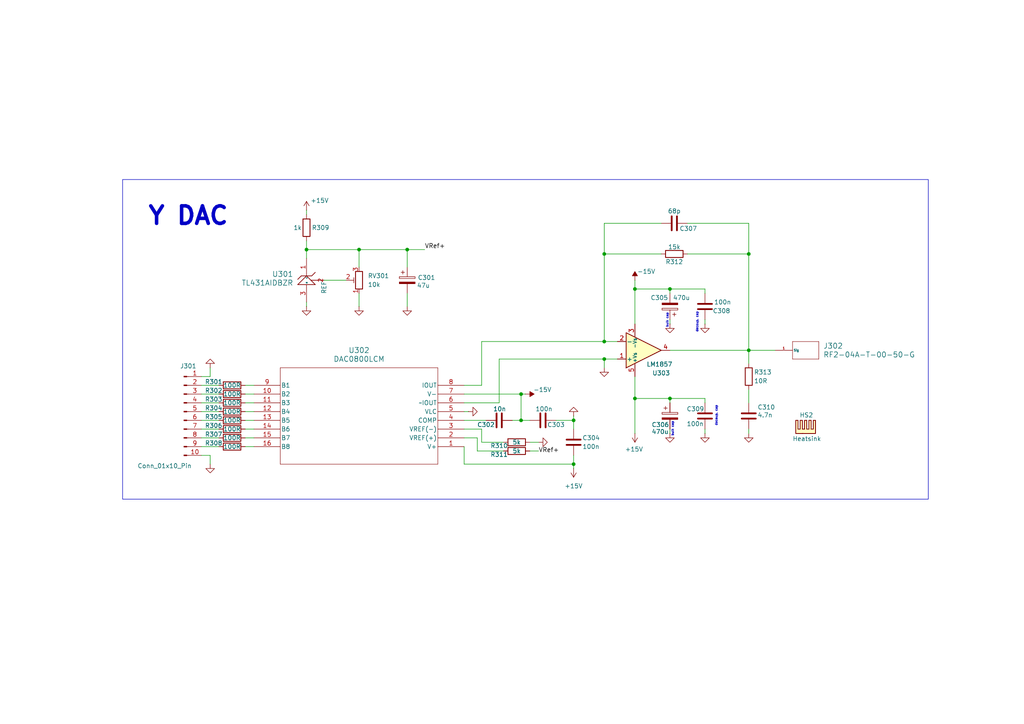
<source format=kicad_sch>
(kicad_sch
	(version 20231120)
	(generator "eeschema")
	(generator_version "8.0")
	(uuid "d711743c-2a71-4b27-a980-33e990bb4154")
	(paper "A4")
	(lib_symbols
		(symbol "Amplifier_Audio:TDA2050"
			(pin_names
				(offset 0.127)
			)
			(exclude_from_sim no)
			(in_bom yes)
			(on_board yes)
			(property "Reference" "U"
				(at 3.81 6.35 0)
				(effects
					(font
						(size 1.27 1.27)
					)
				)
			)
			(property "Value" "TDA2050"
				(at 3.81 3.81 0)
				(effects
					(font
						(size 1.27 1.27)
					)
				)
			)
			(property "Footprint" "Package_TO_SOT_THT:TO-220-5_P3.4x3.7mm_StaggerOdd_Lead3.8mm_Vertical"
				(at 0 0 0)
				(effects
					(font
						(size 1.27 1.27)
						(italic yes)
					)
					(hide yes)
				)
			)
			(property "Datasheet" "http://www.st.com/resource/en/datasheet/cd00000131.pdf"
				(at 0 0 0)
				(effects
					(font
						(size 1.27 1.27)
					)
					(hide yes)
				)
			)
			(property "Description" "32W Hi-Fi Audio Amplifier, TO-220-5"
				(at 0 0 0)
				(effects
					(font
						(size 1.27 1.27)
					)
					(hide yes)
				)
			)
			(property "ki_keywords" "audio amplifier"
				(at 0 0 0)
				(effects
					(font
						(size 1.27 1.27)
					)
					(hide yes)
				)
			)
			(property "ki_fp_filters" "TO*220*StaggerOdd*"
				(at 0 0 0)
				(effects
					(font
						(size 1.27 1.27)
					)
					(hide yes)
				)
			)
			(symbol "TDA2050_0_1"
				(polyline
					(pts
						(xy -5.08 5.08) (xy 5.08 0) (xy -5.08 -5.08) (xy -5.08 5.08)
					)
					(stroke
						(width 0.254)
						(type default)
					)
					(fill
						(type background)
					)
				)
			)
			(symbol "TDA2050_1_1"
				(pin input line
					(at -7.62 2.54 0)
					(length 2.54)
					(name "+"
						(effects
							(font
								(size 1.27 1.27)
							)
						)
					)
					(number "1"
						(effects
							(font
								(size 1.27 1.27)
							)
						)
					)
				)
				(pin input line
					(at -7.62 -2.54 0)
					(length 2.54)
					(name "-"
						(effects
							(font
								(size 1.27 1.27)
							)
						)
					)
					(number "2"
						(effects
							(font
								(size 1.27 1.27)
							)
						)
					)
				)
				(pin power_in line
					(at -2.54 -7.62 90)
					(length 3.81)
					(name "-Vs"
						(effects
							(font
								(size 1.016 1.016)
							)
						)
					)
					(number "3"
						(effects
							(font
								(size 1.27 1.27)
							)
						)
					)
				)
				(pin output line
					(at 7.62 0 180)
					(length 2.54)
					(name "~"
						(effects
							(font
								(size 1.27 1.27)
							)
						)
					)
					(number "4"
						(effects
							(font
								(size 1.27 1.27)
							)
						)
					)
				)
				(pin power_in line
					(at -2.54 7.62 270)
					(length 3.81)
					(name "+Vs"
						(effects
							(font
								(size 1.016 1.016)
							)
						)
					)
					(number "5"
						(effects
							(font
								(size 1.27 1.27)
							)
						)
					)
				)
			)
		)
		(symbol "Connector:Conn_01x10_Pin"
			(pin_names
				(offset 1.016) hide)
			(exclude_from_sim no)
			(in_bom yes)
			(on_board yes)
			(property "Reference" "J"
				(at 0 12.7 0)
				(effects
					(font
						(size 1.27 1.27)
					)
				)
			)
			(property "Value" "Conn_01x10_Pin"
				(at 0 -15.24 0)
				(effects
					(font
						(size 1.27 1.27)
					)
				)
			)
			(property "Footprint" ""
				(at 0 0 0)
				(effects
					(font
						(size 1.27 1.27)
					)
					(hide yes)
				)
			)
			(property "Datasheet" "~"
				(at 0 0 0)
				(effects
					(font
						(size 1.27 1.27)
					)
					(hide yes)
				)
			)
			(property "Description" "Generic connector, single row, 01x10, script generated"
				(at 0 0 0)
				(effects
					(font
						(size 1.27 1.27)
					)
					(hide yes)
				)
			)
			(property "ki_locked" ""
				(at 0 0 0)
				(effects
					(font
						(size 1.27 1.27)
					)
				)
			)
			(property "ki_keywords" "connector"
				(at 0 0 0)
				(effects
					(font
						(size 1.27 1.27)
					)
					(hide yes)
				)
			)
			(property "ki_fp_filters" "Connector*:*_1x??_*"
				(at 0 0 0)
				(effects
					(font
						(size 1.27 1.27)
					)
					(hide yes)
				)
			)
			(symbol "Conn_01x10_Pin_1_1"
				(polyline
					(pts
						(xy 1.27 -12.7) (xy 0.8636 -12.7)
					)
					(stroke
						(width 0.1524)
						(type default)
					)
					(fill
						(type none)
					)
				)
				(polyline
					(pts
						(xy 1.27 -10.16) (xy 0.8636 -10.16)
					)
					(stroke
						(width 0.1524)
						(type default)
					)
					(fill
						(type none)
					)
				)
				(polyline
					(pts
						(xy 1.27 -7.62) (xy 0.8636 -7.62)
					)
					(stroke
						(width 0.1524)
						(type default)
					)
					(fill
						(type none)
					)
				)
				(polyline
					(pts
						(xy 1.27 -5.08) (xy 0.8636 -5.08)
					)
					(stroke
						(width 0.1524)
						(type default)
					)
					(fill
						(type none)
					)
				)
				(polyline
					(pts
						(xy 1.27 -2.54) (xy 0.8636 -2.54)
					)
					(stroke
						(width 0.1524)
						(type default)
					)
					(fill
						(type none)
					)
				)
				(polyline
					(pts
						(xy 1.27 0) (xy 0.8636 0)
					)
					(stroke
						(width 0.1524)
						(type default)
					)
					(fill
						(type none)
					)
				)
				(polyline
					(pts
						(xy 1.27 2.54) (xy 0.8636 2.54)
					)
					(stroke
						(width 0.1524)
						(type default)
					)
					(fill
						(type none)
					)
				)
				(polyline
					(pts
						(xy 1.27 5.08) (xy 0.8636 5.08)
					)
					(stroke
						(width 0.1524)
						(type default)
					)
					(fill
						(type none)
					)
				)
				(polyline
					(pts
						(xy 1.27 7.62) (xy 0.8636 7.62)
					)
					(stroke
						(width 0.1524)
						(type default)
					)
					(fill
						(type none)
					)
				)
				(polyline
					(pts
						(xy 1.27 10.16) (xy 0.8636 10.16)
					)
					(stroke
						(width 0.1524)
						(type default)
					)
					(fill
						(type none)
					)
				)
				(rectangle
					(start 0.8636 -12.573)
					(end 0 -12.827)
					(stroke
						(width 0.1524)
						(type default)
					)
					(fill
						(type outline)
					)
				)
				(rectangle
					(start 0.8636 -10.033)
					(end 0 -10.287)
					(stroke
						(width 0.1524)
						(type default)
					)
					(fill
						(type outline)
					)
				)
				(rectangle
					(start 0.8636 -7.493)
					(end 0 -7.747)
					(stroke
						(width 0.1524)
						(type default)
					)
					(fill
						(type outline)
					)
				)
				(rectangle
					(start 0.8636 -4.953)
					(end 0 -5.207)
					(stroke
						(width 0.1524)
						(type default)
					)
					(fill
						(type outline)
					)
				)
				(rectangle
					(start 0.8636 -2.413)
					(end 0 -2.667)
					(stroke
						(width 0.1524)
						(type default)
					)
					(fill
						(type outline)
					)
				)
				(rectangle
					(start 0.8636 0.127)
					(end 0 -0.127)
					(stroke
						(width 0.1524)
						(type default)
					)
					(fill
						(type outline)
					)
				)
				(rectangle
					(start 0.8636 2.667)
					(end 0 2.413)
					(stroke
						(width 0.1524)
						(type default)
					)
					(fill
						(type outline)
					)
				)
				(rectangle
					(start 0.8636 5.207)
					(end 0 4.953)
					(stroke
						(width 0.1524)
						(type default)
					)
					(fill
						(type outline)
					)
				)
				(rectangle
					(start 0.8636 7.747)
					(end 0 7.493)
					(stroke
						(width 0.1524)
						(type default)
					)
					(fill
						(type outline)
					)
				)
				(rectangle
					(start 0.8636 10.287)
					(end 0 10.033)
					(stroke
						(width 0.1524)
						(type default)
					)
					(fill
						(type outline)
					)
				)
				(pin passive line
					(at 5.08 10.16 180)
					(length 3.81)
					(name "Pin_1"
						(effects
							(font
								(size 1.27 1.27)
							)
						)
					)
					(number "1"
						(effects
							(font
								(size 1.27 1.27)
							)
						)
					)
				)
				(pin passive line
					(at 5.08 -12.7 180)
					(length 3.81)
					(name "Pin_10"
						(effects
							(font
								(size 1.27 1.27)
							)
						)
					)
					(number "10"
						(effects
							(font
								(size 1.27 1.27)
							)
						)
					)
				)
				(pin passive line
					(at 5.08 7.62 180)
					(length 3.81)
					(name "Pin_2"
						(effects
							(font
								(size 1.27 1.27)
							)
						)
					)
					(number "2"
						(effects
							(font
								(size 1.27 1.27)
							)
						)
					)
				)
				(pin passive line
					(at 5.08 5.08 180)
					(length 3.81)
					(name "Pin_3"
						(effects
							(font
								(size 1.27 1.27)
							)
						)
					)
					(number "3"
						(effects
							(font
								(size 1.27 1.27)
							)
						)
					)
				)
				(pin passive line
					(at 5.08 2.54 180)
					(length 3.81)
					(name "Pin_4"
						(effects
							(font
								(size 1.27 1.27)
							)
						)
					)
					(number "4"
						(effects
							(font
								(size 1.27 1.27)
							)
						)
					)
				)
				(pin passive line
					(at 5.08 0 180)
					(length 3.81)
					(name "Pin_5"
						(effects
							(font
								(size 1.27 1.27)
							)
						)
					)
					(number "5"
						(effects
							(font
								(size 1.27 1.27)
							)
						)
					)
				)
				(pin passive line
					(at 5.08 -2.54 180)
					(length 3.81)
					(name "Pin_6"
						(effects
							(font
								(size 1.27 1.27)
							)
						)
					)
					(number "6"
						(effects
							(font
								(size 1.27 1.27)
							)
						)
					)
				)
				(pin passive line
					(at 5.08 -5.08 180)
					(length 3.81)
					(name "Pin_7"
						(effects
							(font
								(size 1.27 1.27)
							)
						)
					)
					(number "7"
						(effects
							(font
								(size 1.27 1.27)
							)
						)
					)
				)
				(pin passive line
					(at 5.08 -7.62 180)
					(length 3.81)
					(name "Pin_8"
						(effects
							(font
								(size 1.27 1.27)
							)
						)
					)
					(number "8"
						(effects
							(font
								(size 1.27 1.27)
							)
						)
					)
				)
				(pin passive line
					(at 5.08 -10.16 180)
					(length 3.81)
					(name "Pin_9"
						(effects
							(font
								(size 1.27 1.27)
							)
						)
					)
					(number "9"
						(effects
							(font
								(size 1.27 1.27)
							)
						)
					)
				)
			)
		)
		(symbol "DAC0800LCM_SMT:DAC0800LCM"
			(pin_names
				(offset 0.254)
			)
			(exclude_from_sim no)
			(in_bom yes)
			(on_board yes)
			(property "Reference" "U"
				(at 30.48 10.16 0)
				(effects
					(font
						(size 1.524 1.524)
					)
				)
			)
			(property "Value" "DAC0800LCM"
				(at 30.48 7.62 0)
				(effects
					(font
						(size 1.524 1.524)
					)
				)
			)
			(property "Footprint" "M16A_TEX"
				(at 0 0 0)
				(effects
					(font
						(size 1.27 1.27)
						(italic yes)
					)
					(hide yes)
				)
			)
			(property "Datasheet" "DAC0800LCM"
				(at 0 0 0)
				(effects
					(font
						(size 1.27 1.27)
						(italic yes)
					)
					(hide yes)
				)
			)
			(property "Description" ""
				(at 0 0 0)
				(effects
					(font
						(size 1.27 1.27)
					)
					(hide yes)
				)
			)
			(property "ki_locked" ""
				(at 0 0 0)
				(effects
					(font
						(size 1.27 1.27)
					)
				)
			)
			(property "ki_keywords" "DAC0800LCM"
				(at 0 0 0)
				(effects
					(font
						(size 1.27 1.27)
					)
					(hide yes)
				)
			)
			(property "ki_fp_filters" "M16A_TEX M16A_TEX-M M16A_TEX-L"
				(at 0 0 0)
				(effects
					(font
						(size 1.27 1.27)
					)
					(hide yes)
				)
			)
			(symbol "DAC0800LCM_0_1"
				(polyline
					(pts
						(xy 7.62 -22.86) (xy 53.34 -22.86)
					)
					(stroke
						(width 0.127)
						(type default)
					)
					(fill
						(type none)
					)
				)
				(polyline
					(pts
						(xy 7.62 5.08) (xy 7.62 -22.86)
					)
					(stroke
						(width 0.127)
						(type default)
					)
					(fill
						(type none)
					)
				)
				(polyline
					(pts
						(xy 53.34 -22.86) (xy 53.34 5.08)
					)
					(stroke
						(width 0.127)
						(type default)
					)
					(fill
						(type none)
					)
				)
				(polyline
					(pts
						(xy 53.34 5.08) (xy 7.62 5.08)
					)
					(stroke
						(width 0.127)
						(type default)
					)
					(fill
						(type none)
					)
				)
				(pin power_in line
					(at 0 0 0)
					(length 7.62)
					(name "V+"
						(effects
							(font
								(size 1.27 1.27)
							)
						)
					)
					(number "1"
						(effects
							(font
								(size 1.27 1.27)
							)
						)
					)
				)
				(pin input line
					(at 60.96 -15.24 180)
					(length 7.62)
					(name "B2"
						(effects
							(font
								(size 1.27 1.27)
							)
						)
					)
					(number "10"
						(effects
							(font
								(size 1.27 1.27)
							)
						)
					)
				)
				(pin input line
					(at 60.96 -12.7 180)
					(length 7.62)
					(name "B3"
						(effects
							(font
								(size 1.27 1.27)
							)
						)
					)
					(number "11"
						(effects
							(font
								(size 1.27 1.27)
							)
						)
					)
				)
				(pin input line
					(at 60.96 -10.16 180)
					(length 7.62)
					(name "B4"
						(effects
							(font
								(size 1.27 1.27)
							)
						)
					)
					(number "12"
						(effects
							(font
								(size 1.27 1.27)
							)
						)
					)
				)
				(pin input line
					(at 60.96 -7.62 180)
					(length 7.62)
					(name "B5"
						(effects
							(font
								(size 1.27 1.27)
							)
						)
					)
					(number "13"
						(effects
							(font
								(size 1.27 1.27)
							)
						)
					)
				)
				(pin input line
					(at 60.96 -5.08 180)
					(length 7.62)
					(name "B6"
						(effects
							(font
								(size 1.27 1.27)
							)
						)
					)
					(number "14"
						(effects
							(font
								(size 1.27 1.27)
							)
						)
					)
				)
				(pin input line
					(at 60.96 -2.54 180)
					(length 7.62)
					(name "B7"
						(effects
							(font
								(size 1.27 1.27)
							)
						)
					)
					(number "15"
						(effects
							(font
								(size 1.27 1.27)
							)
						)
					)
				)
				(pin input line
					(at 60.96 0 180)
					(length 7.62)
					(name "B8"
						(effects
							(font
								(size 1.27 1.27)
							)
						)
					)
					(number "16"
						(effects
							(font
								(size 1.27 1.27)
							)
						)
					)
				)
				(pin input line
					(at 0 -2.54 0)
					(length 7.62)
					(name "VREF(+)"
						(effects
							(font
								(size 1.27 1.27)
							)
						)
					)
					(number "2"
						(effects
							(font
								(size 1.27 1.27)
							)
						)
					)
				)
				(pin input line
					(at 0 -5.08 0)
					(length 7.62)
					(name "VREF(-)"
						(effects
							(font
								(size 1.27 1.27)
							)
						)
					)
					(number "3"
						(effects
							(font
								(size 1.27 1.27)
							)
						)
					)
				)
				(pin passive line
					(at 0 -7.62 0)
					(length 7.62)
					(name "COMP"
						(effects
							(font
								(size 1.27 1.27)
							)
						)
					)
					(number "4"
						(effects
							(font
								(size 1.27 1.27)
							)
						)
					)
				)
				(pin input line
					(at 0 -10.16 0)
					(length 7.62)
					(name "VLC"
						(effects
							(font
								(size 1.27 1.27)
							)
						)
					)
					(number "5"
						(effects
							(font
								(size 1.27 1.27)
							)
						)
					)
				)
				(pin output line
					(at 0 -12.7 0)
					(length 7.62)
					(name "~IOUT"
						(effects
							(font
								(size 1.27 1.27)
							)
						)
					)
					(number "6"
						(effects
							(font
								(size 1.27 1.27)
							)
						)
					)
				)
				(pin power_in line
					(at 0 -15.24 0)
					(length 7.62)
					(name "V-"
						(effects
							(font
								(size 1.27 1.27)
							)
						)
					)
					(number "7"
						(effects
							(font
								(size 1.27 1.27)
							)
						)
					)
				)
				(pin output line
					(at 0 -17.78 0)
					(length 7.62)
					(name "IOUT"
						(effects
							(font
								(size 1.27 1.27)
							)
						)
					)
					(number "8"
						(effects
							(font
								(size 1.27 1.27)
							)
						)
					)
				)
				(pin input line
					(at 60.96 -17.78 180)
					(length 7.62)
					(name "B1"
						(effects
							(font
								(size 1.27 1.27)
							)
						)
					)
					(number "9"
						(effects
							(font
								(size 1.27 1.27)
							)
						)
					)
				)
			)
		)
		(symbol "Device:C"
			(pin_numbers hide)
			(pin_names
				(offset 0.254)
			)
			(exclude_from_sim no)
			(in_bom yes)
			(on_board yes)
			(property "Reference" "C"
				(at 0.635 2.54 0)
				(effects
					(font
						(size 1.27 1.27)
					)
					(justify left)
				)
			)
			(property "Value" "C"
				(at 0.635 -2.54 0)
				(effects
					(font
						(size 1.27 1.27)
					)
					(justify left)
				)
			)
			(property "Footprint" ""
				(at 0.9652 -3.81 0)
				(effects
					(font
						(size 1.27 1.27)
					)
					(hide yes)
				)
			)
			(property "Datasheet" "~"
				(at 0 0 0)
				(effects
					(font
						(size 1.27 1.27)
					)
					(hide yes)
				)
			)
			(property "Description" "Unpolarized capacitor"
				(at 0 0 0)
				(effects
					(font
						(size 1.27 1.27)
					)
					(hide yes)
				)
			)
			(property "ki_keywords" "cap capacitor"
				(at 0 0 0)
				(effects
					(font
						(size 1.27 1.27)
					)
					(hide yes)
				)
			)
			(property "ki_fp_filters" "C_*"
				(at 0 0 0)
				(effects
					(font
						(size 1.27 1.27)
					)
					(hide yes)
				)
			)
			(symbol "C_0_1"
				(polyline
					(pts
						(xy -2.032 -0.762) (xy 2.032 -0.762)
					)
					(stroke
						(width 0.508)
						(type default)
					)
					(fill
						(type none)
					)
				)
				(polyline
					(pts
						(xy -2.032 0.762) (xy 2.032 0.762)
					)
					(stroke
						(width 0.508)
						(type default)
					)
					(fill
						(type none)
					)
				)
			)
			(symbol "C_1_1"
				(pin passive line
					(at 0 3.81 270)
					(length 2.794)
					(name "~"
						(effects
							(font
								(size 1.27 1.27)
							)
						)
					)
					(number "1"
						(effects
							(font
								(size 1.27 1.27)
							)
						)
					)
				)
				(pin passive line
					(at 0 -3.81 90)
					(length 2.794)
					(name "~"
						(effects
							(font
								(size 1.27 1.27)
							)
						)
					)
					(number "2"
						(effects
							(font
								(size 1.27 1.27)
							)
						)
					)
				)
			)
		)
		(symbol "Device:C_Polarized"
			(pin_numbers hide)
			(pin_names
				(offset 0.254)
			)
			(exclude_from_sim no)
			(in_bom yes)
			(on_board yes)
			(property "Reference" "C"
				(at 0.635 2.54 0)
				(effects
					(font
						(size 1.27 1.27)
					)
					(justify left)
				)
			)
			(property "Value" "C_Polarized"
				(at 0.635 -2.54 0)
				(effects
					(font
						(size 1.27 1.27)
					)
					(justify left)
				)
			)
			(property "Footprint" ""
				(at 0.9652 -3.81 0)
				(effects
					(font
						(size 1.27 1.27)
					)
					(hide yes)
				)
			)
			(property "Datasheet" "~"
				(at 0 0 0)
				(effects
					(font
						(size 1.27 1.27)
					)
					(hide yes)
				)
			)
			(property "Description" "Polarized capacitor"
				(at 0 0 0)
				(effects
					(font
						(size 1.27 1.27)
					)
					(hide yes)
				)
			)
			(property "ki_keywords" "cap capacitor"
				(at 0 0 0)
				(effects
					(font
						(size 1.27 1.27)
					)
					(hide yes)
				)
			)
			(property "ki_fp_filters" "CP_*"
				(at 0 0 0)
				(effects
					(font
						(size 1.27 1.27)
					)
					(hide yes)
				)
			)
			(symbol "C_Polarized_0_1"
				(rectangle
					(start -2.286 0.508)
					(end 2.286 1.016)
					(stroke
						(width 0)
						(type default)
					)
					(fill
						(type none)
					)
				)
				(polyline
					(pts
						(xy -1.778 2.286) (xy -0.762 2.286)
					)
					(stroke
						(width 0)
						(type default)
					)
					(fill
						(type none)
					)
				)
				(polyline
					(pts
						(xy -1.27 2.794) (xy -1.27 1.778)
					)
					(stroke
						(width 0)
						(type default)
					)
					(fill
						(type none)
					)
				)
				(rectangle
					(start 2.286 -0.508)
					(end -2.286 -1.016)
					(stroke
						(width 0)
						(type default)
					)
					(fill
						(type outline)
					)
				)
			)
			(symbol "C_Polarized_1_1"
				(pin passive line
					(at 0 3.81 270)
					(length 2.794)
					(name "~"
						(effects
							(font
								(size 1.27 1.27)
							)
						)
					)
					(number "1"
						(effects
							(font
								(size 1.27 1.27)
							)
						)
					)
				)
				(pin passive line
					(at 0 -3.81 90)
					(length 2.794)
					(name "~"
						(effects
							(font
								(size 1.27 1.27)
							)
						)
					)
					(number "2"
						(effects
							(font
								(size 1.27 1.27)
							)
						)
					)
				)
			)
		)
		(symbol "Device:R"
			(pin_numbers hide)
			(pin_names
				(offset 0)
			)
			(exclude_from_sim no)
			(in_bom yes)
			(on_board yes)
			(property "Reference" "R"
				(at 2.032 0 90)
				(effects
					(font
						(size 1.27 1.27)
					)
				)
			)
			(property "Value" "R"
				(at 0 0 90)
				(effects
					(font
						(size 1.27 1.27)
					)
				)
			)
			(property "Footprint" ""
				(at -1.778 0 90)
				(effects
					(font
						(size 1.27 1.27)
					)
					(hide yes)
				)
			)
			(property "Datasheet" "~"
				(at 0 0 0)
				(effects
					(font
						(size 1.27 1.27)
					)
					(hide yes)
				)
			)
			(property "Description" "Resistor"
				(at 0 0 0)
				(effects
					(font
						(size 1.27 1.27)
					)
					(hide yes)
				)
			)
			(property "ki_keywords" "R res resistor"
				(at 0 0 0)
				(effects
					(font
						(size 1.27 1.27)
					)
					(hide yes)
				)
			)
			(property "ki_fp_filters" "R_*"
				(at 0 0 0)
				(effects
					(font
						(size 1.27 1.27)
					)
					(hide yes)
				)
			)
			(symbol "R_0_1"
				(rectangle
					(start -1.016 -2.54)
					(end 1.016 2.54)
					(stroke
						(width 0.254)
						(type default)
					)
					(fill
						(type none)
					)
				)
			)
			(symbol "R_1_1"
				(pin passive line
					(at 0 3.81 270)
					(length 1.27)
					(name "~"
						(effects
							(font
								(size 1.27 1.27)
							)
						)
					)
					(number "1"
						(effects
							(font
								(size 1.27 1.27)
							)
						)
					)
				)
				(pin passive line
					(at 0 -3.81 90)
					(length 1.27)
					(name "~"
						(effects
							(font
								(size 1.27 1.27)
							)
						)
					)
					(number "2"
						(effects
							(font
								(size 1.27 1.27)
							)
						)
					)
				)
			)
		)
		(symbol "Device:R_Potentiometer_Trim"
			(pin_names
				(offset 1.016) hide)
			(exclude_from_sim no)
			(in_bom yes)
			(on_board yes)
			(property "Reference" "RV"
				(at -4.445 0 90)
				(effects
					(font
						(size 1.27 1.27)
					)
				)
			)
			(property "Value" "R_Potentiometer_Trim"
				(at -2.54 0 90)
				(effects
					(font
						(size 1.27 1.27)
					)
				)
			)
			(property "Footprint" ""
				(at 0 0 0)
				(effects
					(font
						(size 1.27 1.27)
					)
					(hide yes)
				)
			)
			(property "Datasheet" "~"
				(at 0 0 0)
				(effects
					(font
						(size 1.27 1.27)
					)
					(hide yes)
				)
			)
			(property "Description" "Trim-potentiometer"
				(at 0 0 0)
				(effects
					(font
						(size 1.27 1.27)
					)
					(hide yes)
				)
			)
			(property "ki_keywords" "resistor variable trimpot trimmer"
				(at 0 0 0)
				(effects
					(font
						(size 1.27 1.27)
					)
					(hide yes)
				)
			)
			(property "ki_fp_filters" "Potentiometer*"
				(at 0 0 0)
				(effects
					(font
						(size 1.27 1.27)
					)
					(hide yes)
				)
			)
			(symbol "R_Potentiometer_Trim_0_1"
				(polyline
					(pts
						(xy 1.524 0.762) (xy 1.524 -0.762)
					)
					(stroke
						(width 0)
						(type default)
					)
					(fill
						(type none)
					)
				)
				(polyline
					(pts
						(xy 2.54 0) (xy 1.524 0)
					)
					(stroke
						(width 0)
						(type default)
					)
					(fill
						(type none)
					)
				)
				(rectangle
					(start 1.016 2.54)
					(end -1.016 -2.54)
					(stroke
						(width 0.254)
						(type default)
					)
					(fill
						(type none)
					)
				)
			)
			(symbol "R_Potentiometer_Trim_1_1"
				(pin passive line
					(at 0 3.81 270)
					(length 1.27)
					(name "1"
						(effects
							(font
								(size 1.27 1.27)
							)
						)
					)
					(number "1"
						(effects
							(font
								(size 1.27 1.27)
							)
						)
					)
				)
				(pin passive line
					(at 3.81 0 180)
					(length 1.27)
					(name "2"
						(effects
							(font
								(size 1.27 1.27)
							)
						)
					)
					(number "2"
						(effects
							(font
								(size 1.27 1.27)
							)
						)
					)
				)
				(pin passive line
					(at 0 -3.81 90)
					(length 1.27)
					(name "3"
						(effects
							(font
								(size 1.27 1.27)
							)
						)
					)
					(number "3"
						(effects
							(font
								(size 1.27 1.27)
							)
						)
					)
				)
			)
		)
		(symbol "Mechanical:Heatsink"
			(pin_names
				(offset 1.016)
			)
			(exclude_from_sim yes)
			(in_bom yes)
			(on_board yes)
			(property "Reference" "HS"
				(at 0 5.08 0)
				(effects
					(font
						(size 1.27 1.27)
					)
				)
			)
			(property "Value" "Heatsink"
				(at 0 -1.27 0)
				(effects
					(font
						(size 1.27 1.27)
					)
				)
			)
			(property "Footprint" ""
				(at 0.3048 0 0)
				(effects
					(font
						(size 1.27 1.27)
					)
					(hide yes)
				)
			)
			(property "Datasheet" "~"
				(at 0.3048 0 0)
				(effects
					(font
						(size 1.27 1.27)
					)
					(hide yes)
				)
			)
			(property "Description" "Heatsink"
				(at 0 0 0)
				(effects
					(font
						(size 1.27 1.27)
					)
					(hide yes)
				)
			)
			(property "ki_keywords" "thermal heat temperature"
				(at 0 0 0)
				(effects
					(font
						(size 1.27 1.27)
					)
					(hide yes)
				)
			)
			(property "ki_fp_filters" "Heatsink_*"
				(at 0 0 0)
				(effects
					(font
						(size 1.27 1.27)
					)
					(hide yes)
				)
			)
			(symbol "Heatsink_0_1"
				(polyline
					(pts
						(xy -0.3302 1.27) (xy -0.9652 1.27) (xy -0.9652 3.81) (xy -1.6002 3.81) (xy -1.6002 1.27) (xy -2.2352 1.27)
						(xy -2.2352 3.81) (xy -2.8702 3.81) (xy -2.8702 0) (xy -0.9652 0)
					)
					(stroke
						(width 0.254)
						(type default)
					)
					(fill
						(type background)
					)
				)
				(polyline
					(pts
						(xy -0.3302 1.27) (xy -0.3302 3.81) (xy 0.3048 3.81) (xy 0.3048 1.27) (xy 0.9398 1.27) (xy 0.9398 3.81)
						(xy 1.5748 3.81) (xy 1.5748 1.27) (xy 2.2098 1.27) (xy 2.2098 3.81) (xy 2.8448 3.81) (xy 2.8448 0)
						(xy -0.9652 0)
					)
					(stroke
						(width 0.254)
						(type default)
					)
					(fill
						(type background)
					)
				)
			)
		)
		(symbol "SMA_Connector:RF2-04A-T-00-50-G"
			(pin_names
				(offset 0.254)
			)
			(exclude_from_sim no)
			(in_bom yes)
			(on_board yes)
			(property "Reference" "J"
				(at 8.89 6.35 0)
				(effects
					(font
						(size 1.524 1.524)
					)
				)
			)
			(property "Value" "RF2-04A-T-00-50-G"
				(at -10.668 -7.62 0)
				(effects
					(font
						(size 1.524 1.524)
					)
				)
			)
			(property "Footprint" "CONN_RF2-04A-T-00-50-G_ADM"
				(at 0.762 9.144 0)
				(effects
					(font
						(size 1.27 1.27)
						(italic yes)
					)
					(hide yes)
				)
			)
			(property "Datasheet" "RF2-04A-T-00-50-G"
				(at -7.62 -2.794 0)
				(effects
					(font
						(size 1.27 1.27)
						(italic yes)
					)
					(hide yes)
				)
			)
			(property "Description" ""
				(at 0 0 0)
				(effects
					(font
						(size 1.27 1.27)
					)
					(hide yes)
				)
			)
			(property "ki_locked" ""
				(at 0 0 0)
				(effects
					(font
						(size 1.27 1.27)
					)
				)
			)
			(property "ki_keywords" "RF2-04A-T-00-50-G"
				(at 0 0 0)
				(effects
					(font
						(size 1.27 1.27)
					)
					(hide yes)
				)
			)
			(property "ki_fp_filters" "CONN_RF2-04A-T-00-50-G_ADM"
				(at 0 0 0)
				(effects
					(font
						(size 1.27 1.27)
					)
					(hide yes)
				)
			)
			(symbol "RF2-04A-T-00-50-G_1_1"
				(polyline
					(pts
						(xy 5.08 -2.54) (xy 12.7 -2.54)
					)
					(stroke
						(width 0.127)
						(type default)
					)
					(fill
						(type none)
					)
				)
				(polyline
					(pts
						(xy 5.08 2.54) (xy 5.08 -2.54)
					)
					(stroke
						(width 0.127)
						(type default)
					)
					(fill
						(type none)
					)
				)
				(polyline
					(pts
						(xy 12.7 -2.54) (xy 12.7 2.54)
					)
					(stroke
						(width 0.127)
						(type default)
					)
					(fill
						(type none)
					)
				)
				(polyline
					(pts
						(xy 12.7 2.54) (xy 5.08 2.54)
					)
					(stroke
						(width 0.127)
						(type default)
					)
					(fill
						(type none)
					)
				)
				(pin unspecified line
					(at 0 0 0)
					(length 5.08)
					(name "Sig"
						(effects
							(font
								(size 0.635 0.635)
							)
						)
					)
					(number "1"
						(effects
							(font
								(size 0.635 0.635)
							)
						)
					)
				)
			)
			(symbol "RF2-04A-T-00-50-G_1_2"
				(polyline
					(pts
						(xy 5.08 -2.54) (xy 12.7 -2.54)
					)
					(stroke
						(width 0.127)
						(type default)
					)
					(fill
						(type none)
					)
				)
				(polyline
					(pts
						(xy 5.08 2.54) (xy 5.08 -2.54)
					)
					(stroke
						(width 0.127)
						(type default)
					)
					(fill
						(type none)
					)
				)
				(polyline
					(pts
						(xy 7.62 0) (xy 5.08 0)
					)
					(stroke
						(width 0.127)
						(type default)
					)
					(fill
						(type none)
					)
				)
				(polyline
					(pts
						(xy 7.62 0) (xy 8.89 -0.8467)
					)
					(stroke
						(width 0.127)
						(type default)
					)
					(fill
						(type none)
					)
				)
				(polyline
					(pts
						(xy 7.62 0) (xy 8.89 0.8467)
					)
					(stroke
						(width 0.127)
						(type default)
					)
					(fill
						(type none)
					)
				)
				(polyline
					(pts
						(xy 12.7 -2.54) (xy 12.7 2.54)
					)
					(stroke
						(width 0.127)
						(type default)
					)
					(fill
						(type none)
					)
				)
				(polyline
					(pts
						(xy 12.7 2.54) (xy 5.08 2.54)
					)
					(stroke
						(width 0.127)
						(type default)
					)
					(fill
						(type none)
					)
				)
				(pin unspecified line
					(at 0 0 0)
					(length 5.08)
					(name "1"
						(effects
							(font
								(size 1.27 1.27)
							)
						)
					)
					(number "1"
						(effects
							(font
								(size 1.27 1.27)
							)
						)
					)
				)
			)
		)
		(symbol "TL431AIDBZR_1"
			(pin_names
				(offset 0.254)
			)
			(exclude_from_sim no)
			(in_bom yes)
			(on_board yes)
			(property "Reference" "U4"
				(at 0.762 7.62 0)
				(effects
					(font
						(size 1.524 1.524)
					)
				)
			)
			(property "Value" "TL431AIDBZR"
				(at 0.762 5.08 0)
				(effects
					(font
						(size 1.524 1.524)
					)
				)
			)
			(property "Footprint" "DBZ0003A_N"
				(at -0.762 7.366 0)
				(effects
					(font
						(size 1.27 1.27)
						(italic yes)
					)
					(hide yes)
				)
			)
			(property "Datasheet" "TL431AIDBZR"
				(at -0.508 5.334 0)
				(effects
					(font
						(size 1.27 1.27)
						(italic yes)
					)
					(hide yes)
				)
			)
			(property "Description" ""
				(at 0 0 0)
				(effects
					(font
						(size 1.27 1.27)
					)
					(hide yes)
				)
			)
			(property "ki_locked" ""
				(at 0 0 0)
				(effects
					(font
						(size 1.27 1.27)
					)
				)
			)
			(property "ki_keywords" "TL431AIDBZR"
				(at 0 0 0)
				(effects
					(font
						(size 1.27 1.27)
					)
					(hide yes)
				)
			)
			(property "ki_fp_filters" "DBZ0003A_N DBZ0003A_M DBZ0003A_L"
				(at 0 0 0)
				(effects
					(font
						(size 1.27 1.27)
					)
					(hide yes)
				)
			)
			(symbol "TL431AIDBZR_1_0_1"
				(polyline
					(pts
						(xy -1.016 -2.54) (xy 0 -1.524)
					)
					(stroke
						(width 0.2032)
						(type default)
					)
					(fill
						(type none)
					)
				)
				(polyline
					(pts
						(xy 0 -1.524) (xy 0 1.524)
					)
					(stroke
						(width 0.2032)
						(type default)
					)
					(fill
						(type none)
					)
				)
				(polyline
					(pts
						(xy 0 0) (xy 2.54 2.54)
					)
					(stroke
						(width 0.2032)
						(type default)
					)
					(fill
						(type none)
					)
				)
				(polyline
					(pts
						(xy 0 1.524) (xy 1.016 2.54)
					)
					(stroke
						(width 0.2032)
						(type default)
					)
					(fill
						(type none)
					)
				)
				(polyline
					(pts
						(xy 1.27 -5.08) (xy 1.27 -1.27)
					)
					(stroke
						(width 0.2032)
						(type default)
					)
					(fill
						(type none)
					)
				)
				(polyline
					(pts
						(xy 2.54 -2.54) (xy 0 0)
					)
					(stroke
						(width 0.2032)
						(type default)
					)
					(fill
						(type none)
					)
				)
				(polyline
					(pts
						(xy 2.54 2.54) (xy 2.54 -2.54)
					)
					(stroke
						(width 0.2032)
						(type default)
					)
					(fill
						(type none)
					)
				)
			)
			(symbol "TL431AIDBZR_1_1_1"
				(pin unspecified line
					(at -5.08 0 0)
					(length 5.08)
					(name "c"
						(effects
							(font
								(size 0.508 0.508)
							)
						)
					)
					(number "1"
						(effects
							(font
								(size 1.27 1.27)
							)
						)
					)
				)
				(pin input line
					(at 1.27 -5.08 0)
					(length 0)
					(name "REF"
						(effects
							(font
								(size 1.27 1.27)
							)
						)
					)
					(number "2"
						(effects
							(font
								(size 1.27 1.27)
							)
						)
					)
				)
				(pin unspecified line
					(at 7.62 0 180)
					(length 5.08)
					(name "a"
						(effects
							(font
								(size 0.508 0.508)
							)
						)
					)
					(number "3"
						(effects
							(font
								(size 1.27 1.27)
							)
						)
					)
				)
			)
		)
		(symbol "power:+15V"
			(power)
			(pin_numbers hide)
			(pin_names
				(offset 0) hide)
			(exclude_from_sim no)
			(in_bom yes)
			(on_board yes)
			(property "Reference" "#PWR"
				(at 0 -3.81 0)
				(effects
					(font
						(size 1.27 1.27)
					)
					(hide yes)
				)
			)
			(property "Value" "+15V"
				(at 0 3.556 0)
				(effects
					(font
						(size 1.27 1.27)
					)
				)
			)
			(property "Footprint" ""
				(at 0 0 0)
				(effects
					(font
						(size 1.27 1.27)
					)
					(hide yes)
				)
			)
			(property "Datasheet" ""
				(at 0 0 0)
				(effects
					(font
						(size 1.27 1.27)
					)
					(hide yes)
				)
			)
			(property "Description" "Power symbol creates a global label with name \"+15V\""
				(at 0 0 0)
				(effects
					(font
						(size 1.27 1.27)
					)
					(hide yes)
				)
			)
			(property "ki_keywords" "global power"
				(at 0 0 0)
				(effects
					(font
						(size 1.27 1.27)
					)
					(hide yes)
				)
			)
			(symbol "+15V_0_1"
				(polyline
					(pts
						(xy -0.762 1.27) (xy 0 2.54)
					)
					(stroke
						(width 0)
						(type default)
					)
					(fill
						(type none)
					)
				)
				(polyline
					(pts
						(xy 0 0) (xy 0 2.54)
					)
					(stroke
						(width 0)
						(type default)
					)
					(fill
						(type none)
					)
				)
				(polyline
					(pts
						(xy 0 2.54) (xy 0.762 1.27)
					)
					(stroke
						(width 0)
						(type default)
					)
					(fill
						(type none)
					)
				)
			)
			(symbol "+15V_1_1"
				(pin power_in line
					(at 0 0 90)
					(length 0)
					(name "~"
						(effects
							(font
								(size 1.27 1.27)
							)
						)
					)
					(number "1"
						(effects
							(font
								(size 1.27 1.27)
							)
						)
					)
				)
			)
		)
		(symbol "power:-15V"
			(power)
			(pin_numbers hide)
			(pin_names
				(offset 0) hide)
			(exclude_from_sim no)
			(in_bom yes)
			(on_board yes)
			(property "Reference" "#PWR"
				(at 0 -3.81 0)
				(effects
					(font
						(size 1.27 1.27)
					)
					(hide yes)
				)
			)
			(property "Value" "-15V"
				(at 0 3.556 0)
				(effects
					(font
						(size 1.27 1.27)
					)
				)
			)
			(property "Footprint" ""
				(at 0 0 0)
				(effects
					(font
						(size 1.27 1.27)
					)
					(hide yes)
				)
			)
			(property "Datasheet" ""
				(at 0 0 0)
				(effects
					(font
						(size 1.27 1.27)
					)
					(hide yes)
				)
			)
			(property "Description" "Power symbol creates a global label with name \"-15V\""
				(at 0 0 0)
				(effects
					(font
						(size 1.27 1.27)
					)
					(hide yes)
				)
			)
			(property "ki_keywords" "global power"
				(at 0 0 0)
				(effects
					(font
						(size 1.27 1.27)
					)
					(hide yes)
				)
			)
			(symbol "-15V_0_0"
				(pin power_in line
					(at 0 0 90)
					(length 0)
					(name "~"
						(effects
							(font
								(size 1.27 1.27)
							)
						)
					)
					(number "1"
						(effects
							(font
								(size 1.27 1.27)
							)
						)
					)
				)
			)
			(symbol "-15V_0_1"
				(polyline
					(pts
						(xy 0 0) (xy 0 1.27) (xy 0.762 1.27) (xy 0 2.54) (xy -0.762 1.27) (xy 0 1.27)
					)
					(stroke
						(width 0)
						(type default)
					)
					(fill
						(type outline)
					)
				)
			)
		)
		(symbol "power:GND"
			(power)
			(pin_numbers hide)
			(pin_names
				(offset 0) hide)
			(exclude_from_sim no)
			(in_bom yes)
			(on_board yes)
			(property "Reference" "#PWR"
				(at 0 -6.35 0)
				(effects
					(font
						(size 1.27 1.27)
					)
					(hide yes)
				)
			)
			(property "Value" "GND"
				(at 0 -3.81 0)
				(effects
					(font
						(size 1.27 1.27)
					)
				)
			)
			(property "Footprint" ""
				(at 0 0 0)
				(effects
					(font
						(size 1.27 1.27)
					)
					(hide yes)
				)
			)
			(property "Datasheet" ""
				(at 0 0 0)
				(effects
					(font
						(size 1.27 1.27)
					)
					(hide yes)
				)
			)
			(property "Description" "Power symbol creates a global label with name \"GND\" , ground"
				(at 0 0 0)
				(effects
					(font
						(size 1.27 1.27)
					)
					(hide yes)
				)
			)
			(property "ki_keywords" "global power"
				(at 0 0 0)
				(effects
					(font
						(size 1.27 1.27)
					)
					(hide yes)
				)
			)
			(symbol "GND_0_1"
				(polyline
					(pts
						(xy 0 0) (xy 0 -1.27) (xy 1.27 -1.27) (xy 0 -2.54) (xy -1.27 -1.27) (xy 0 -1.27)
					)
					(stroke
						(width 0)
						(type default)
					)
					(fill
						(type none)
					)
				)
			)
			(symbol "GND_1_1"
				(pin power_in line
					(at 0 0 270)
					(length 0)
					(name "~"
						(effects
							(font
								(size 1.27 1.27)
							)
						)
					)
					(number "1"
						(effects
							(font
								(size 1.27 1.27)
							)
						)
					)
				)
			)
		)
	)
	(junction
		(at 166.37 134.62)
		(diameter 0)
		(color 0 0 0 0)
		(uuid "05349866-d349-45b9-b445-7772282bae13")
	)
	(junction
		(at 151.13 114.3)
		(diameter 0)
		(color 0 0 0 0)
		(uuid "09240e84-6610-4f82-810a-d383140a5db2")
	)
	(junction
		(at 175.26 99.06)
		(diameter 0)
		(color 0 0 0 0)
		(uuid "0bdb5567-6b0d-44a0-a26c-6bc4521a0665")
	)
	(junction
		(at 151.13 121.92)
		(diameter 0)
		(color 0 0 0 0)
		(uuid "1bb0ea3f-3b29-49a8-a415-8d3915ec5bc9")
	)
	(junction
		(at 184.15 115.57)
		(diameter 0)
		(color 0 0 0 0)
		(uuid "282c6610-d0aa-4e5e-a3f2-471bc6afa99e")
	)
	(junction
		(at 118.11 72.39)
		(diameter 0)
		(color 0 0 0 0)
		(uuid "2a53b888-4480-4440-ae9e-430209edfb4d")
	)
	(junction
		(at 217.17 101.6)
		(diameter 0)
		(color 0 0 0 0)
		(uuid "2bd4ae2a-2f5b-472d-8b32-5fe53fa6a38d")
	)
	(junction
		(at 184.15 83.82)
		(diameter 0)
		(color 0 0 0 0)
		(uuid "3a69f01a-1ca7-4830-b4da-a522291eb664")
	)
	(junction
		(at 104.14 72.39)
		(diameter 0)
		(color 0 0 0 0)
		(uuid "3afaca97-096a-4a6c-a339-a2e78a35cab7")
	)
	(junction
		(at 194.31 115.57)
		(diameter 0)
		(color 0 0 0 0)
		(uuid "3b736eff-2041-4b19-ae8a-536318bbda92")
	)
	(junction
		(at 194.31 83.82)
		(diameter 0)
		(color 0 0 0 0)
		(uuid "4cc63c49-0e20-4249-8b08-521bd857b22c")
	)
	(junction
		(at 88.9 72.39)
		(diameter 0)
		(color 0 0 0 0)
		(uuid "7aa20ddf-2b4a-4cc2-b0dd-d5350d2f506b")
	)
	(junction
		(at 175.26 73.66)
		(diameter 0)
		(color 0 0 0 0)
		(uuid "7d5723da-9938-4685-88ce-0e069af231b5")
	)
	(junction
		(at 166.37 121.92)
		(diameter 0)
		(color 0 0 0 0)
		(uuid "9af5bd61-96de-4099-b4a8-0f0f822fdbd8")
	)
	(junction
		(at 175.26 104.14)
		(diameter 0)
		(color 0 0 0 0)
		(uuid "d0eee683-ca16-4a28-a240-b76e158f4bc2")
	)
	(junction
		(at 217.17 73.66)
		(diameter 0)
		(color 0 0 0 0)
		(uuid "f067d338-20b9-45ad-bde3-54921e0257bf")
	)
	(wire
		(pts
			(xy 175.26 99.06) (xy 179.07 99.06)
		)
		(stroke
			(width 0)
			(type default)
		)
		(uuid "0039dd57-c374-47f3-acd2-7d0a6255f70c")
	)
	(wire
		(pts
			(xy 194.31 116.84) (xy 194.31 115.57)
		)
		(stroke
			(width 0)
			(type default)
		)
		(uuid "008fb22d-f69f-4ec6-bebf-d56a79658823")
	)
	(wire
		(pts
			(xy 118.11 85.09) (xy 118.11 88.9)
		)
		(stroke
			(width 0)
			(type default)
		)
		(uuid "02412146-736b-413e-aa18-5c3e84cafb0e")
	)
	(wire
		(pts
			(xy 138.43 130.81) (xy 138.43 127)
		)
		(stroke
			(width 0)
			(type default)
		)
		(uuid "0290d8e1-5d7d-4d68-9eda-13f141b06d43")
	)
	(wire
		(pts
			(xy 139.7 99.06) (xy 175.26 99.06)
		)
		(stroke
			(width 0)
			(type default)
		)
		(uuid "02c1c170-b95c-4e8d-a1de-f1c633836058")
	)
	(wire
		(pts
			(xy 184.15 83.82) (xy 194.31 83.82)
		)
		(stroke
			(width 0)
			(type default)
		)
		(uuid "08d0a7e3-a422-46fd-87d4-c90c7c32b1cc")
	)
	(wire
		(pts
			(xy 71.12 114.3) (xy 73.66 114.3)
		)
		(stroke
			(width 0)
			(type default)
		)
		(uuid "094e4a47-bc52-44a2-88b9-fb4a18e0f355")
	)
	(wire
		(pts
			(xy 184.15 81.28) (xy 184.15 83.82)
		)
		(stroke
			(width 0)
			(type default)
		)
		(uuid "0a211f86-c2a9-44d5-9911-aade6e811b20")
	)
	(wire
		(pts
			(xy 93.98 81.28) (xy 100.33 81.28)
		)
		(stroke
			(width 0)
			(type default)
		)
		(uuid "0aed9b93-dcc6-4729-86f9-973fca3556a6")
	)
	(wire
		(pts
			(xy 204.47 92.71) (xy 204.47 93.98)
		)
		(stroke
			(width 0)
			(type default)
		)
		(uuid "0afef10c-6339-4b41-9d1d-8046e999904e")
	)
	(wire
		(pts
			(xy 71.12 127) (xy 73.66 127)
		)
		(stroke
			(width 0)
			(type default)
		)
		(uuid "0d0d9875-3b1a-465b-9a33-56b0c6631af2")
	)
	(wire
		(pts
			(xy 88.9 69.85) (xy 88.9 72.39)
		)
		(stroke
			(width 0)
			(type default)
		)
		(uuid "0d33885c-7ca9-46d5-bf71-5af4141e0a3c")
	)
	(wire
		(pts
			(xy 139.7 111.76) (xy 139.7 99.06)
		)
		(stroke
			(width 0)
			(type default)
		)
		(uuid "0d881e51-e007-4db0-80db-9e9cd39e7e21")
	)
	(wire
		(pts
			(xy 138.43 127) (xy 134.62 127)
		)
		(stroke
			(width 0)
			(type default)
		)
		(uuid "0e5776d6-e39d-4e19-b6d1-84c43ebf473d")
	)
	(wire
		(pts
			(xy 194.31 124.46) (xy 194.31 125.73)
		)
		(stroke
			(width 0)
			(type default)
		)
		(uuid "0f49df89-17d4-4352-b28e-9c6f0386197a")
	)
	(wire
		(pts
			(xy 217.17 73.66) (xy 199.39 73.66)
		)
		(stroke
			(width 0)
			(type default)
		)
		(uuid "12bfbc91-68f5-43b3-80c1-a84a40c187d8")
	)
	(wire
		(pts
			(xy 153.67 130.81) (xy 156.21 130.81)
		)
		(stroke
			(width 0)
			(type default)
		)
		(uuid "13780ff9-011a-4eb4-8230-ff5b92149dab")
	)
	(wire
		(pts
			(xy 148.59 121.92) (xy 151.13 121.92)
		)
		(stroke
			(width 0)
			(type default)
		)
		(uuid "140b19d0-bb7d-4dd6-b563-a7ab70cb6b9e")
	)
	(wire
		(pts
			(xy 153.67 128.27) (xy 156.21 128.27)
		)
		(stroke
			(width 0)
			(type default)
		)
		(uuid "14ded89e-972b-41b0-89f0-6f782b266e1e")
	)
	(wire
		(pts
			(xy 152.4 114.3) (xy 151.13 114.3)
		)
		(stroke
			(width 0)
			(type default)
		)
		(uuid "1be0327e-a882-424b-9896-d3db3dbf3838")
	)
	(wire
		(pts
			(xy 58.42 111.76) (xy 63.5 111.76)
		)
		(stroke
			(width 0)
			(type default)
		)
		(uuid "1ef70086-b567-442c-ab60-fceea6462610")
	)
	(wire
		(pts
			(xy 134.62 119.38) (xy 135.89 119.38)
		)
		(stroke
			(width 0)
			(type default)
		)
		(uuid "2045ecba-6009-4712-b723-09063380c79f")
	)
	(wire
		(pts
			(xy 60.96 134.62) (xy 60.96 132.08)
		)
		(stroke
			(width 0)
			(type default)
		)
		(uuid "235709a1-5881-408c-8f77-19ad35c9f8fc")
	)
	(wire
		(pts
			(xy 166.37 121.92) (xy 166.37 124.46)
		)
		(stroke
			(width 0)
			(type default)
		)
		(uuid "237adc3f-288c-414f-9781-cf128a54645f")
	)
	(wire
		(pts
			(xy 175.26 104.14) (xy 175.26 106.68)
		)
		(stroke
			(width 0)
			(type default)
		)
		(uuid "24fb0ae0-03a6-45ca-bf5b-50f5dd4b2200")
	)
	(wire
		(pts
			(xy 71.12 111.76) (xy 73.66 111.76)
		)
		(stroke
			(width 0)
			(type default)
		)
		(uuid "297cbcfb-0429-4c0c-a596-6b5d3d5fa1c5")
	)
	(wire
		(pts
			(xy 194.31 92.71) (xy 194.31 93.98)
		)
		(stroke
			(width 0)
			(type default)
		)
		(uuid "34d7d13a-7f0d-487b-b18c-014668624d81")
	)
	(wire
		(pts
			(xy 139.7 128.27) (xy 139.7 124.46)
		)
		(stroke
			(width 0)
			(type default)
		)
		(uuid "357056e5-0e05-41a2-95af-1384e78ffa01")
	)
	(wire
		(pts
			(xy 134.62 116.84) (xy 144.78 116.84)
		)
		(stroke
			(width 0)
			(type default)
		)
		(uuid "35911f99-a89a-4536-9e75-026634df1fa9")
	)
	(wire
		(pts
			(xy 58.42 114.3) (xy 63.5 114.3)
		)
		(stroke
			(width 0)
			(type default)
		)
		(uuid "41862b98-0107-41d3-b572-bd9c43be9831")
	)
	(wire
		(pts
			(xy 88.9 72.39) (xy 88.9 74.93)
		)
		(stroke
			(width 0)
			(type default)
		)
		(uuid "42968c7e-a75d-46f6-982e-ab263196447d")
	)
	(wire
		(pts
			(xy 161.29 121.92) (xy 166.37 121.92)
		)
		(stroke
			(width 0)
			(type default)
		)
		(uuid "5051cde1-0564-4b7d-ba0b-98f63ac29758")
	)
	(wire
		(pts
			(xy 144.78 104.14) (xy 175.26 104.14)
		)
		(stroke
			(width 0)
			(type default)
		)
		(uuid "52d311bb-53e1-447c-af14-728695724d6c")
	)
	(wire
		(pts
			(xy 151.13 121.92) (xy 153.67 121.92)
		)
		(stroke
			(width 0)
			(type default)
		)
		(uuid "567a4a9b-82a0-4ca1-9fae-a29fd5105a1d")
	)
	(wire
		(pts
			(xy 71.12 119.38) (xy 73.66 119.38)
		)
		(stroke
			(width 0)
			(type default)
		)
		(uuid "5970749d-58ae-4545-a4c4-fd616fe80f3b")
	)
	(wire
		(pts
			(xy 58.42 119.38) (xy 63.5 119.38)
		)
		(stroke
			(width 0)
			(type default)
		)
		(uuid "5c017c93-4ec6-4558-910f-ac44e42f5be9")
	)
	(wire
		(pts
			(xy 144.78 104.14) (xy 144.78 116.84)
		)
		(stroke
			(width 0)
			(type default)
		)
		(uuid "609d5c60-b913-44bd-91b4-125da8b24437")
	)
	(wire
		(pts
			(xy 175.26 104.14) (xy 179.07 104.14)
		)
		(stroke
			(width 0)
			(type default)
		)
		(uuid "63e28bcd-6df5-4236-b80c-2a259b4430e6")
	)
	(wire
		(pts
			(xy 199.39 64.77) (xy 217.17 64.77)
		)
		(stroke
			(width 0)
			(type default)
		)
		(uuid "64c383d5-64d2-47da-b91b-7f2c1bad049d")
	)
	(wire
		(pts
			(xy 191.77 64.77) (xy 175.26 64.77)
		)
		(stroke
			(width 0)
			(type default)
		)
		(uuid "683d8fe6-c5e0-43d4-97f2-c732dcd97f00")
	)
	(wire
		(pts
			(xy 134.62 129.54) (xy 134.62 134.62)
		)
		(stroke
			(width 0)
			(type default)
		)
		(uuid "690fb05a-292d-428d-8519-9afc7950993a")
	)
	(wire
		(pts
			(xy 58.42 127) (xy 63.5 127)
		)
		(stroke
			(width 0)
			(type default)
		)
		(uuid "6a465394-ed08-4c31-bbd0-dcdc100e4019")
	)
	(wire
		(pts
			(xy 58.42 132.08) (xy 60.96 132.08)
		)
		(stroke
			(width 0)
			(type default)
		)
		(uuid "6b556f20-18fa-4fb6-9ce8-888ed095d829")
	)
	(wire
		(pts
			(xy 204.47 85.09) (xy 204.47 83.82)
		)
		(stroke
			(width 0)
			(type default)
		)
		(uuid "6c4ca77b-99d8-4d22-9e27-0436dad8e0e0")
	)
	(wire
		(pts
			(xy 217.17 116.84) (xy 217.17 113.03)
		)
		(stroke
			(width 0)
			(type default)
		)
		(uuid "6deadb45-6237-48d2-8eba-0986db9882d4")
	)
	(wire
		(pts
			(xy 184.15 115.57) (xy 194.31 115.57)
		)
		(stroke
			(width 0)
			(type default)
		)
		(uuid "725d20b0-c5e4-4cdb-9cf8-b756c5ea60c9")
	)
	(wire
		(pts
			(xy 118.11 77.47) (xy 118.11 72.39)
		)
		(stroke
			(width 0)
			(type default)
		)
		(uuid "7698c3d2-464e-4dcf-98a0-2524c773e36e")
	)
	(wire
		(pts
			(xy 166.37 132.08) (xy 166.37 134.62)
		)
		(stroke
			(width 0)
			(type default)
		)
		(uuid "8f1f7d6e-51ef-40c6-9032-8588b90ae279")
	)
	(wire
		(pts
			(xy 134.62 121.92) (xy 140.97 121.92)
		)
		(stroke
			(width 0)
			(type default)
		)
		(uuid "8f8e38eb-62e5-40b3-84cb-02b0e9ea52cc")
	)
	(wire
		(pts
			(xy 139.7 128.27) (xy 146.05 128.27)
		)
		(stroke
			(width 0)
			(type default)
		)
		(uuid "9227a1dc-84a1-41ef-95ab-5d401bbfe740")
	)
	(wire
		(pts
			(xy 194.31 115.57) (xy 204.47 115.57)
		)
		(stroke
			(width 0)
			(type default)
		)
		(uuid "93ad9446-cfe3-496d-8295-d4781edd2bec")
	)
	(wire
		(pts
			(xy 104.14 72.39) (xy 104.14 77.47)
		)
		(stroke
			(width 0)
			(type default)
		)
		(uuid "953c30e3-fdc5-400d-874e-446ee5fe682e")
	)
	(wire
		(pts
			(xy 217.17 101.6) (xy 217.17 105.41)
		)
		(stroke
			(width 0)
			(type default)
		)
		(uuid "9651f4ec-f36a-455a-8521-60a450a0a63f")
	)
	(wire
		(pts
			(xy 191.77 73.66) (xy 175.26 73.66)
		)
		(stroke
			(width 0)
			(type default)
		)
		(uuid "9a0a4ddd-23f8-4268-93d2-611908c86f89")
	)
	(wire
		(pts
			(xy 58.42 129.54) (xy 63.5 129.54)
		)
		(stroke
			(width 0)
			(type default)
		)
		(uuid "9f07eb72-5a9e-445f-bf92-bc542a7ee8d3")
	)
	(wire
		(pts
			(xy 184.15 83.82) (xy 184.15 93.98)
		)
		(stroke
			(width 0)
			(type default)
		)
		(uuid "9f913780-1fc5-4ea8-b47a-4c990435a94f")
	)
	(wire
		(pts
			(xy 60.96 106.68) (xy 60.96 109.22)
		)
		(stroke
			(width 0)
			(type default)
		)
		(uuid "a2a6af17-e927-4d02-a791-4cee4ccbe9b2")
	)
	(wire
		(pts
			(xy 217.17 64.77) (xy 217.17 73.66)
		)
		(stroke
			(width 0)
			(type default)
		)
		(uuid "a8e9ff59-78f5-4480-a7a4-bf090f43e23c")
	)
	(wire
		(pts
			(xy 175.26 73.66) (xy 175.26 99.06)
		)
		(stroke
			(width 0)
			(type default)
		)
		(uuid "a907c320-e8de-4a32-80a6-748299a8bf82")
	)
	(wire
		(pts
			(xy 184.15 115.57) (xy 184.15 125.73)
		)
		(stroke
			(width 0)
			(type default)
		)
		(uuid "a9f86c74-ad3e-4b5a-843e-fd868c81a640")
	)
	(wire
		(pts
			(xy 104.14 72.39) (xy 118.11 72.39)
		)
		(stroke
			(width 0)
			(type default)
		)
		(uuid "ad0c518e-2bc6-4e4b-8a4f-7e7fe24596b9")
	)
	(wire
		(pts
			(xy 58.42 109.22) (xy 60.96 109.22)
		)
		(stroke
			(width 0)
			(type default)
		)
		(uuid "af459154-9496-4096-86ac-dccd1daf8403")
	)
	(wire
		(pts
			(xy 71.12 121.92) (xy 73.66 121.92)
		)
		(stroke
			(width 0)
			(type default)
		)
		(uuid "b2a4fc11-45fc-41d5-9f5a-dfd27a2be4f4")
	)
	(wire
		(pts
			(xy 71.12 116.84) (xy 73.66 116.84)
		)
		(stroke
			(width 0)
			(type default)
		)
		(uuid "b2ed2f61-059e-4485-8356-a6df0673b3c6")
	)
	(wire
		(pts
			(xy 217.17 124.46) (xy 217.17 125.73)
		)
		(stroke
			(width 0)
			(type default)
		)
		(uuid "b3b50c5d-1720-4a70-92a8-92f01343a84c")
	)
	(wire
		(pts
			(xy 58.42 116.84) (xy 63.5 116.84)
		)
		(stroke
			(width 0)
			(type default)
		)
		(uuid "b7761823-5d4e-4d71-baa3-6ded6c8b861a")
	)
	(wire
		(pts
			(xy 88.9 87.63) (xy 88.9 88.9)
		)
		(stroke
			(width 0)
			(type default)
		)
		(uuid "b7afe595-68dc-413c-b184-f71ee738a643")
	)
	(wire
		(pts
			(xy 204.47 124.46) (xy 204.47 125.73)
		)
		(stroke
			(width 0)
			(type default)
		)
		(uuid "ba0a04a6-fbbc-448e-a857-514302b975e9")
	)
	(wire
		(pts
			(xy 104.14 85.09) (xy 104.14 88.9)
		)
		(stroke
			(width 0)
			(type default)
		)
		(uuid "ba53bead-617b-41d1-bc75-90bae4cd6c1d")
	)
	(wire
		(pts
			(xy 134.62 134.62) (xy 166.37 134.62)
		)
		(stroke
			(width 0)
			(type default)
		)
		(uuid "bd274143-bc43-46d9-a94b-019cead4b1b8")
	)
	(wire
		(pts
			(xy 88.9 60.96) (xy 88.9 62.23)
		)
		(stroke
			(width 0)
			(type default)
		)
		(uuid "be5aca2a-1482-475c-a357-d366cd1f387f")
	)
	(wire
		(pts
			(xy 88.9 72.39) (xy 104.14 72.39)
		)
		(stroke
			(width 0)
			(type default)
		)
		(uuid "be8649ff-ffed-4487-9a03-ad47479b04e8")
	)
	(wire
		(pts
			(xy 194.31 101.6) (xy 217.17 101.6)
		)
		(stroke
			(width 0)
			(type default)
		)
		(uuid "becaf564-bc2b-49b2-9df9-4edcc28636ad")
	)
	(wire
		(pts
			(xy 138.43 130.81) (xy 146.05 130.81)
		)
		(stroke
			(width 0)
			(type default)
		)
		(uuid "bf235671-4ea6-4372-92f5-74a9d1c3b0fd")
	)
	(wire
		(pts
			(xy 204.47 116.84) (xy 204.47 115.57)
		)
		(stroke
			(width 0)
			(type default)
		)
		(uuid "bfc48acf-788f-45ec-b30c-520b3694f5cc")
	)
	(wire
		(pts
			(xy 184.15 109.22) (xy 184.15 115.57)
		)
		(stroke
			(width 0)
			(type default)
		)
		(uuid "c0443396-1990-4433-9ea7-da2b82ec0f1c")
	)
	(wire
		(pts
			(xy 58.42 124.46) (xy 63.5 124.46)
		)
		(stroke
			(width 0)
			(type default)
		)
		(uuid "c1d6ead0-acdb-47f7-9ff6-c50a5670e148")
	)
	(wire
		(pts
			(xy 139.7 124.46) (xy 134.62 124.46)
		)
		(stroke
			(width 0)
			(type default)
		)
		(uuid "c4a5cb26-66b4-43f3-8e51-6154525e5ac1")
	)
	(wire
		(pts
			(xy 166.37 134.62) (xy 166.37 135.89)
		)
		(stroke
			(width 0)
			(type default)
		)
		(uuid "c69f292a-5663-466b-9670-e5807f388b9d")
	)
	(wire
		(pts
			(xy 151.13 114.3) (xy 151.13 121.92)
		)
		(stroke
			(width 0)
			(type default)
		)
		(uuid "d379b4e6-5e45-4da0-903e-9f6d7c1ea129")
	)
	(wire
		(pts
			(xy 71.12 129.54) (xy 73.66 129.54)
		)
		(stroke
			(width 0)
			(type default)
		)
		(uuid "da95b113-6114-4394-9bb5-ac46e28aa3eb")
	)
	(wire
		(pts
			(xy 134.62 114.3) (xy 151.13 114.3)
		)
		(stroke
			(width 0)
			(type default)
		)
		(uuid "e05af956-7901-4dec-8b39-8a7ec885d4bf")
	)
	(wire
		(pts
			(xy 175.26 64.77) (xy 175.26 73.66)
		)
		(stroke
			(width 0)
			(type default)
		)
		(uuid "e1d8338a-2c25-4e73-bbe1-689df64a09cb")
	)
	(wire
		(pts
			(xy 118.11 72.39) (xy 123.19 72.39)
		)
		(stroke
			(width 0)
			(type default)
		)
		(uuid "e6ddcc08-3773-4605-a151-6b0fbe0a1d88")
	)
	(wire
		(pts
			(xy 194.31 85.09) (xy 194.31 83.82)
		)
		(stroke
			(width 0)
			(type default)
		)
		(uuid "e9e664c0-56c6-4667-94da-595c16622ce5")
	)
	(wire
		(pts
			(xy 58.42 121.92) (xy 63.5 121.92)
		)
		(stroke
			(width 0)
			(type default)
		)
		(uuid "ee4c2f5b-da26-419e-af86-a0db9a8743fc")
	)
	(wire
		(pts
			(xy 217.17 101.6) (xy 217.17 73.66)
		)
		(stroke
			(width 0)
			(type default)
		)
		(uuid "f1006624-a971-4196-b487-afafc5704888")
	)
	(wire
		(pts
			(xy 217.17 101.6) (xy 224.79 101.6)
		)
		(stroke
			(width 0)
			(type default)
		)
		(uuid "f1cacb52-a6e2-4c4b-9355-31c767f14fca")
	)
	(wire
		(pts
			(xy 194.31 83.82) (xy 204.47 83.82)
		)
		(stroke
			(width 0)
			(type default)
		)
		(uuid "f1eed8b5-c91b-486f-9452-31a51b8cc6ef")
	)
	(wire
		(pts
			(xy 71.12 124.46) (xy 73.66 124.46)
		)
		(stroke
			(width 0)
			(type default)
		)
		(uuid "f350919b-c8d3-41fb-a029-5910b018598c")
	)
	(wire
		(pts
			(xy 134.62 111.76) (xy 139.7 111.76)
		)
		(stroke
			(width 0)
			(type default)
		)
		(uuid "f4ee5e35-5e94-4944-8419-756fceac5045")
	)
	(wire
		(pts
			(xy 166.37 120.65) (xy 166.37 121.92)
		)
		(stroke
			(width 0)
			(type default)
		)
		(uuid "f6e9f045-de12-43fa-843e-261591dd14ec")
	)
	(rectangle
		(start 35.56 52.07)
		(end 269.24 144.78)
		(stroke
			(width 0)
			(type default)
		)
		(fill
			(type none)
		)
		(uuid 84c096c9-8efa-485d-8c2e-6fac0fbc7203)
	)
	(text "decoup. cap"
		(exclude_from_sim no)
		(at 202.184 93.472 90)
		(effects
			(font
				(size 0.635 0.635)
			)
		)
		(uuid "4af3e026-d142-435f-bb96-8a343cdb5f7c")
	)
	(text "decoup. cap"
		(exclude_from_sim no)
		(at 207.772 120.65 90)
		(effects
			(font
				(size 0.635 0.635)
			)
		)
		(uuid "a00244d6-0114-4ad4-b9b0-b83f93a0e718")
	)
	(text "Y DAC"
		(exclude_from_sim no)
		(at 54.61 62.738 0)
		(effects
			(font
				(size 5.08 5.08)
				(thickness 1.016)
				(bold yes)
			)
		)
		(uuid "d9ac3425-6724-4724-8a2e-47626add4660")
	)
	(text "bulk cap"
		(exclude_from_sim no)
		(at 195.072 124.46 90)
		(effects
			(font
				(size 0.635 0.635)
			)
		)
		(uuid "e25bca7a-9053-4f0e-9035-a9414a7c0676")
	)
	(text "bulk cap"
		(exclude_from_sim no)
		(at 193.548 92.964 90)
		(effects
			(font
				(size 0.635 0.635)
			)
		)
		(uuid "ebac3002-59d4-4f43-bd08-1c37e7f3218b")
	)
	(label "VRef+"
		(at 123.19 72.39 0)
		(fields_autoplaced yes)
		(effects
			(font
				(size 1.27 1.27)
			)
			(justify left bottom)
		)
		(uuid "0adc1716-099e-4b9e-91d6-477d150dabbe")
	)
	(label "VRef+"
		(at 156.21 130.81 0)
		(fields_autoplaced yes)
		(effects
			(font
				(size 1.27 1.27)
			)
			(justify left)
		)
		(uuid "a5a69349-0fc1-4ef0-8b06-f603cb5d039f")
	)
	(symbol
		(lib_id "power:GND")
		(at 88.9 88.9 0)
		(unit 1)
		(exclude_from_sim no)
		(in_bom yes)
		(on_board yes)
		(dnp no)
		(fields_autoplaced yes)
		(uuid "0430a807-98c5-425c-ba99-272e971864c0")
		(property "Reference" "#PWR0304"
			(at 88.9 95.25 0)
			(effects
				(font
					(size 1.27 1.27)
				)
				(hide yes)
			)
		)
		(property "Value" "GND"
			(at 88.9 93.98 0)
			(effects
				(font
					(size 1.27 1.27)
				)
				(hide yes)
			)
		)
		(property "Footprint" ""
			(at 88.9 88.9 0)
			(effects
				(font
					(size 1.27 1.27)
				)
				(hide yes)
			)
		)
		(property "Datasheet" ""
			(at 88.9 88.9 0)
			(effects
				(font
					(size 1.27 1.27)
				)
				(hide yes)
			)
		)
		(property "Description" "Power symbol creates a global label with name \"GND\" , ground"
			(at 88.9 88.9 0)
			(effects
				(font
					(size 1.27 1.27)
				)
				(hide yes)
			)
		)
		(pin "1"
			(uuid "3cb66494-81f5-4686-a59c-de16f55d2441")
		)
		(instances
			(project "piezo_nanopositioner_v1"
				(path "/7b2a32d8-cc7d-471d-a8eb-eea62713ed45/2b7af091-9ff3-4afc-ada8-05e74516fa9c"
					(reference "#PWR0304")
					(unit 1)
				)
			)
		)
	)
	(symbol
		(lib_id "Device:R")
		(at 67.31 119.38 90)
		(unit 1)
		(exclude_from_sim no)
		(in_bom yes)
		(on_board yes)
		(dnp no)
		(uuid "05986fc0-e076-4887-9dd8-3c90d459ee79")
		(property "Reference" "R304"
			(at 61.976 118.364 90)
			(effects
				(font
					(size 1.27 1.27)
				)
			)
		)
		(property "Value" "100R"
			(at 67.31 119.38 90)
			(effects
				(font
					(size 1.27 1.27)
				)
			)
		)
		(property "Footprint" "Resistor_SMD:R_0805_2012Metric"
			(at 67.31 121.158 90)
			(effects
				(font
					(size 1.27 1.27)
				)
				(hide yes)
			)
		)
		(property "Datasheet" "~"
			(at 67.31 119.38 0)
			(effects
				(font
					(size 1.27 1.27)
				)
				(hide yes)
			)
		)
		(property "Description" "Resistor"
			(at 67.31 119.38 0)
			(effects
				(font
					(size 1.27 1.27)
				)
				(hide yes)
			)
		)
		(property "Distributor Link" "https://www.digikey.ca/en/products/detail/vishay-dale/CRCW0805100RJNEC/5073580 "
			(at 67.31 119.38 0)
			(effects
				(font
					(size 1.27 1.27)
				)
				(hide yes)
			)
		)
		(property "Manufacturer" "Vishay Dale"
			(at 67.31 119.38 0)
			(effects
				(font
					(size 1.27 1.27)
				)
				(hide yes)
			)
		)
		(property "Manufacturer Part" "CRCW0805100RJNEC "
			(at 67.31 119.38 0)
			(effects
				(font
					(size 1.27 1.27)
				)
				(hide yes)
			)
		)
		(pin "1"
			(uuid "d61caba5-d2a6-482f-941d-d54cf437e4a3")
		)
		(pin "2"
			(uuid "497ec294-4136-426e-8f47-1574ef37bd03")
		)
		(instances
			(project "piezo_nanopositioner_v1"
				(path "/7b2a32d8-cc7d-471d-a8eb-eea62713ed45/2b7af091-9ff3-4afc-ada8-05e74516fa9c"
					(reference "R304")
					(unit 1)
				)
			)
		)
	)
	(symbol
		(lib_id "DAC0800LCM_SMT:DAC0800LCM")
		(at 134.62 129.54 180)
		(unit 1)
		(exclude_from_sim no)
		(in_bom yes)
		(on_board yes)
		(dnp no)
		(fields_autoplaced yes)
		(uuid "0dfe3e1e-4aa5-4c92-ba34-1a71b1394e33")
		(property "Reference" "U302"
			(at 104.14 101.6 0)
			(effects
				(font
					(size 1.524 1.524)
				)
			)
		)
		(property "Value" "DAC0800LCM"
			(at 104.14 104.14 0)
			(effects
				(font
					(size 1.524 1.524)
				)
			)
		)
		(property "Footprint" "M16A_TEX"
			(at 134.62 129.54 0)
			(effects
				(font
					(size 1.27 1.27)
					(italic yes)
				)
				(hide yes)
			)
		)
		(property "Datasheet" "DAC0800LCM"
			(at 134.62 129.54 0)
			(effects
				(font
					(size 1.27 1.27)
					(italic yes)
				)
				(hide yes)
			)
		)
		(property "Description" ""
			(at 134.62 129.54 0)
			(effects
				(font
					(size 1.27 1.27)
				)
				(hide yes)
			)
		)
		(property "Distributor Link" "https://www.digikey.ca/en/products/detail/texas-instruments/DAC0800LCM-NOPB/182304 "
			(at 134.62 129.54 0)
			(effects
				(font
					(size 1.27 1.27)
				)
				(hide yes)
			)
		)
		(property "Manufacturer" "Texas Instruments "
			(at 134.62 129.54 0)
			(effects
				(font
					(size 1.27 1.27)
				)
				(hide yes)
			)
		)
		(property "Manufacturer Part" "DAC0800LCM/NOPB "
			(at 134.62 129.54 0)
			(effects
				(font
					(size 1.27 1.27)
				)
				(hide yes)
			)
		)
		(pin "1"
			(uuid "d04cc0ba-401d-4ffd-93cf-95e431a00076")
		)
		(pin "4"
			(uuid "d7a571cb-0cb2-40b0-ae4c-0a136f61ad5b")
		)
		(pin "8"
			(uuid "01d32201-31fa-4671-8a19-8fa0d377e785")
		)
		(pin "12"
			(uuid "61343e94-c27f-4eba-9540-40ab85e6e7c2")
		)
		(pin "14"
			(uuid "145345ed-b037-404b-8307-de9bc0e23abd")
		)
		(pin "16"
			(uuid "1f48fd65-a67b-4a75-989d-5a5691196ebb")
		)
		(pin "2"
			(uuid "a90698f4-1492-4c95-b8cc-03d80a0c6bb6")
		)
		(pin "10"
			(uuid "11f30832-8f75-421d-a3ab-65097496368e")
		)
		(pin "11"
			(uuid "edf3f759-6a03-496f-9c70-b3cc91761fa5")
		)
		(pin "5"
			(uuid "bd418006-4db5-45cc-b317-86f6cb1dd59a")
		)
		(pin "3"
			(uuid "5ecd3ce1-178b-448f-933e-7af868e4ccf6")
		)
		(pin "15"
			(uuid "6bb21ea5-a47d-4ee9-ad7c-53502796b4b4")
		)
		(pin "13"
			(uuid "5e8398ed-1b74-47c1-9a30-ec9e353d6d7e")
		)
		(pin "7"
			(uuid "6eb74913-7c8f-4a1a-982e-bb3a5f97819b")
		)
		(pin "6"
			(uuid "dd87f1a9-8623-42fa-a3ca-534f7b2ac560")
		)
		(pin "9"
			(uuid "7ab2ce07-c77d-4201-9239-16364d379914")
		)
		(instances
			(project "piezo_nanopositioner_v1"
				(path "/7b2a32d8-cc7d-471d-a8eb-eea62713ed45/2b7af091-9ff3-4afc-ada8-05e74516fa9c"
					(reference "U302")
					(unit 1)
				)
			)
		)
	)
	(symbol
		(lib_id "power:GND")
		(at 194.31 93.98 0)
		(unit 1)
		(exclude_from_sim no)
		(in_bom yes)
		(on_board yes)
		(dnp no)
		(fields_autoplaced yes)
		(uuid "0e26da99-1e4e-4f04-a407-67bb87d61322")
		(property "Reference" "#PWR0315"
			(at 194.31 100.33 0)
			(effects
				(font
					(size 1.27 1.27)
				)
				(hide yes)
			)
		)
		(property "Value" "GND"
			(at 194.31 99.06 0)
			(effects
				(font
					(size 1.27 1.27)
				)
				(hide yes)
			)
		)
		(property "Footprint" ""
			(at 194.31 93.98 0)
			(effects
				(font
					(size 1.27 1.27)
				)
				(hide yes)
			)
		)
		(property "Datasheet" ""
			(at 194.31 93.98 0)
			(effects
				(font
					(size 1.27 1.27)
				)
				(hide yes)
			)
		)
		(property "Description" "Power symbol creates a global label with name \"GND\" , ground"
			(at 194.31 93.98 0)
			(effects
				(font
					(size 1.27 1.27)
				)
				(hide yes)
			)
		)
		(pin "1"
			(uuid "df7867e9-e553-4348-b881-3900baf8b724")
		)
		(instances
			(project "piezo_nanopositioner_v1"
				(path "/7b2a32d8-cc7d-471d-a8eb-eea62713ed45/2b7af091-9ff3-4afc-ada8-05e74516fa9c"
					(reference "#PWR0315")
					(unit 1)
				)
			)
		)
	)
	(symbol
		(lib_name "TL431AIDBZR_1")
		(lib_id "TL431AIDBZR:TL431AIDBZR")
		(at 88.9 80.01 90)
		(mirror x)
		(unit 1)
		(exclude_from_sim no)
		(in_bom yes)
		(on_board yes)
		(dnp no)
		(uuid "0e56d576-c772-4e40-9324-e52a9cc3a8f3")
		(property "Reference" "U301"
			(at 85.09 79.5019 90)
			(effects
				(font
					(size 1.524 1.524)
				)
				(justify left)
			)
		)
		(property "Value" "TL431AIDBZR"
			(at 85.09 82.0419 90)
			(effects
				(font
					(size 1.524 1.524)
				)
				(justify left)
			)
		)
		(property "Footprint" "DBZ0003A_N"
			(at 81.534 79.248 0)
			(effects
				(font
					(size 1.27 1.27)
					(italic yes)
				)
				(hide yes)
			)
		)
		(property "Datasheet" "TL431AIDBZR"
			(at 83.566 79.502 0)
			(effects
				(font
					(size 1.27 1.27)
					(italic yes)
				)
				(hide yes)
			)
		)
		(property "Description" ""
			(at 88.9 80.01 0)
			(effects
				(font
					(size 1.27 1.27)
				)
				(hide yes)
			)
		)
		(property "Distributor Link" "https://www.digikey.ca/en/products/detail/texas-instruments/TL431AIDBZR/686856 "
			(at 88.9 80.01 0)
			(effects
				(font
					(size 1.27 1.27)
				)
				(hide yes)
			)
		)
		(property "Manufacturer" "Texas Instruments "
			(at 88.9 80.01 0)
			(effects
				(font
					(size 1.27 1.27)
				)
				(hide yes)
			)
		)
		(property "Manufacturer Part" "TL431AIDBZR "
			(at 88.9 80.01 0)
			(effects
				(font
					(size 1.27 1.27)
				)
				(hide yes)
			)
		)
		(pin "1"
			(uuid "306ce827-446b-4a02-b712-36f192f27d38")
		)
		(pin "3"
			(uuid "bea993fa-9481-4317-89eb-7ed1d7bab458")
		)
		(pin "2"
			(uuid "9b7aab98-9366-4b31-ac10-6f5f6e821d8a")
		)
		(instances
			(project "piezo_nanopositioner_v1"
				(path "/7b2a32d8-cc7d-471d-a8eb-eea62713ed45/2b7af091-9ff3-4afc-ada8-05e74516fa9c"
					(reference "U301")
					(unit 1)
				)
			)
		)
	)
	(symbol
		(lib_id "Amplifier_Audio:TDA2050")
		(at 186.69 101.6 0)
		(mirror x)
		(unit 1)
		(exclude_from_sim no)
		(in_bom yes)
		(on_board yes)
		(dnp no)
		(uuid "0e5d8de0-b2d8-4495-89cf-a92bb1ca538d")
		(property "Reference" "U303"
			(at 191.77 108.204 0)
			(effects
				(font
					(size 1.27 1.27)
				)
			)
		)
		(property "Value" "LM1857 "
			(at 191.77 105.664 0)
			(effects
				(font
					(size 1.27 1.27)
				)
			)
		)
		(property "Footprint" "Package_TO_SOT_THT:TO-220-5_P3.4x3.7mm_StaggerOdd_Lead3.8mm_Vertical"
			(at 186.69 101.6 0)
			(effects
				(font
					(size 1.27 1.27)
					(italic yes)
				)
				(hide yes)
			)
		)
		(property "Datasheet" "~"
			(at 186.69 101.6 0)
			(effects
				(font
					(size 1.27 1.27)
				)
				(hide yes)
			)
		)
		(property "Description" "32W Hi-Fi Audio Amplifier, TO-220-5"
			(at 186.69 101.6 0)
			(effects
				(font
					(size 1.27 1.27)
				)
				(hide yes)
			)
		)
		(property "Distributor Link" "https://www.digikey.com/en/products/detail/texas-instruments/LM1875T-NOPB/1669 "
			(at 186.69 101.6 0)
			(effects
				(font
					(size 1.27 1.27)
				)
				(hide yes)
			)
		)
		(property "Manufacturer" "Texas Instruments "
			(at 186.69 101.6 0)
			(effects
				(font
					(size 1.27 1.27)
				)
				(hide yes)
			)
		)
		(property "Manufacturer Part" "LM1875T/NOPB "
			(at 186.69 101.6 0)
			(effects
				(font
					(size 1.27 1.27)
				)
				(hide yes)
			)
		)
		(pin "4"
			(uuid "a6561165-a260-40be-9184-2dc2d3739e7b")
		)
		(pin "1"
			(uuid "b8652071-358f-49ea-a034-5953512bd903")
		)
		(pin "5"
			(uuid "471323c7-4d00-4108-8ce1-bee5cb7f8e7a")
		)
		(pin "2"
			(uuid "23b8f2a1-79d7-4d4d-8a5e-5107294aabdc")
		)
		(pin "3"
			(uuid "dd8983e2-0529-4704-a749-e67906ac1e43")
		)
		(instances
			(project "piezo_nanopositioner_v1"
				(path "/7b2a32d8-cc7d-471d-a8eb-eea62713ed45/2b7af091-9ff3-4afc-ada8-05e74516fa9c"
					(reference "U303")
					(unit 1)
				)
			)
		)
	)
	(symbol
		(lib_id "Device:R")
		(at 67.31 129.54 90)
		(unit 1)
		(exclude_from_sim no)
		(in_bom yes)
		(on_board yes)
		(dnp no)
		(uuid "0f998460-78c7-400a-9e9a-fd61911b939c")
		(property "Reference" "R308"
			(at 61.976 128.524 90)
			(effects
				(font
					(size 1.27 1.27)
				)
			)
		)
		(property "Value" "100R"
			(at 67.31 129.54 90)
			(effects
				(font
					(size 1.27 1.27)
				)
			)
		)
		(property "Footprint" "Resistor_SMD:R_0805_2012Metric"
			(at 67.31 131.318 90)
			(effects
				(font
					(size 1.27 1.27)
				)
				(hide yes)
			)
		)
		(property "Datasheet" "~"
			(at 67.31 129.54 0)
			(effects
				(font
					(size 1.27 1.27)
				)
				(hide yes)
			)
		)
		(property "Description" "Resistor"
			(at 67.31 129.54 0)
			(effects
				(font
					(size 1.27 1.27)
				)
				(hide yes)
			)
		)
		(property "Distributor Link" "https://www.digikey.ca/en/products/detail/vishay-dale/CRCW0805100RJNEC/5073580 "
			(at 67.31 129.54 0)
			(effects
				(font
					(size 1.27 1.27)
				)
				(hide yes)
			)
		)
		(property "Manufacturer" "Vishay Dale"
			(at 67.31 129.54 0)
			(effects
				(font
					(size 1.27 1.27)
				)
				(hide yes)
			)
		)
		(property "Manufacturer Part" "CRCW0805100RJNEC "
			(at 67.31 129.54 0)
			(effects
				(font
					(size 1.27 1.27)
				)
				(hide yes)
			)
		)
		(pin "1"
			(uuid "83af897e-8f78-4563-9bf4-99cdf4b06c47")
		)
		(pin "2"
			(uuid "17c1aff4-706a-4b12-b289-7f73409fc14b")
		)
		(instances
			(project "piezo_nanopositioner_v1"
				(path "/7b2a32d8-cc7d-471d-a8eb-eea62713ed45/2b7af091-9ff3-4afc-ada8-05e74516fa9c"
					(reference "R308")
					(unit 1)
				)
			)
		)
	)
	(symbol
		(lib_id "Device:C_Polarized")
		(at 118.11 81.28 0)
		(unit 1)
		(exclude_from_sim no)
		(in_bom yes)
		(on_board yes)
		(dnp no)
		(uuid "1f5e6ef1-14e7-4448-9640-275eea7bb563")
		(property "Reference" "C301"
			(at 121.158 80.518 0)
			(effects
				(font
					(size 1.27 1.27)
				)
				(justify left)
			)
		)
		(property "Value" "47u"
			(at 120.904 82.804 0)
			(effects
				(font
					(size 1.27 1.27)
				)
				(justify left)
			)
		)
		(property "Footprint" "Capacitor_SMD:CAP_EEFC_E_PAN"
			(at 119.0752 85.09 0)
			(effects
				(font
					(size 1.27 1.27)
				)
				(hide yes)
			)
		)
		(property "Datasheet" "~"
			(at 118.11 81.28 0)
			(effects
				(font
					(size 1.27 1.27)
				)
				(hide yes)
			)
		)
		(property "Description" "Polarized capacitor"
			(at 118.11 81.28 0)
			(effects
				(font
					(size 1.27 1.27)
				)
				(hide yes)
			)
		)
		(property "Distributor Link" "https://www.digikey.ca/en/products/detail/panasonic-electronic-components/EEE-FC1E470P/817417"
			(at 118.11 81.28 0)
			(effects
				(font
					(size 1.27 1.27)
				)
				(hide yes)
			)
		)
		(property "Manufacturer" "Panasonic Electronic Components"
			(at 118.11 81.28 0)
			(effects
				(font
					(size 1.27 1.27)
				)
				(hide yes)
			)
		)
		(property "Manufacturer Part" "EEE-FC1E470P"
			(at 118.11 81.28 0)
			(effects
				(font
					(size 1.27 1.27)
				)
				(hide yes)
			)
		)
		(pin "1"
			(uuid "11e3bcc3-4794-4f4a-832c-67c8bc97d10a")
		)
		(pin "2"
			(uuid "40bda17d-3789-4461-98cb-acf29481c878")
		)
		(instances
			(project "piezo_nanopositioner_v1"
				(path "/7b2a32d8-cc7d-471d-a8eb-eea62713ed45/2b7af091-9ff3-4afc-ada8-05e74516fa9c"
					(reference "C301")
					(unit 1)
				)
			)
		)
	)
	(symbol
		(lib_id "power:GND")
		(at 104.14 88.9 0)
		(unit 1)
		(exclude_from_sim no)
		(in_bom yes)
		(on_board yes)
		(dnp no)
		(fields_autoplaced yes)
		(uuid "23b155e5-8d50-46a0-8eb4-0e76691e4016")
		(property "Reference" "#PWR0305"
			(at 104.14 95.25 0)
			(effects
				(font
					(size 1.27 1.27)
				)
				(hide yes)
			)
		)
		(property "Value" "GND"
			(at 104.14 93.98 0)
			(effects
				(font
					(size 1.27 1.27)
				)
				(hide yes)
			)
		)
		(property "Footprint" ""
			(at 104.14 88.9 0)
			(effects
				(font
					(size 1.27 1.27)
				)
				(hide yes)
			)
		)
		(property "Datasheet" ""
			(at 104.14 88.9 0)
			(effects
				(font
					(size 1.27 1.27)
				)
				(hide yes)
			)
		)
		(property "Description" "Power symbol creates a global label with name \"GND\" , ground"
			(at 104.14 88.9 0)
			(effects
				(font
					(size 1.27 1.27)
				)
				(hide yes)
			)
		)
		(pin "1"
			(uuid "8bfa283d-7328-4e5f-837e-2c2fb412e61a")
		)
		(instances
			(project "piezo_nanopositioner_v1"
				(path "/7b2a32d8-cc7d-471d-a8eb-eea62713ed45/2b7af091-9ff3-4afc-ada8-05e74516fa9c"
					(reference "#PWR0305")
					(unit 1)
				)
			)
		)
	)
	(symbol
		(lib_id "Device:R")
		(at 67.31 111.76 90)
		(unit 1)
		(exclude_from_sim no)
		(in_bom yes)
		(on_board yes)
		(dnp no)
		(uuid "2562e01b-66f9-4922-b7b5-d5bf29bd1a00")
		(property "Reference" "R301"
			(at 61.976 110.744 90)
			(effects
				(font
					(size 1.27 1.27)
				)
			)
		)
		(property "Value" "100R"
			(at 67.31 111.76 90)
			(effects
				(font
					(size 1.27 1.27)
				)
			)
		)
		(property "Footprint" "Resistor_SMD:R_0805_2012Metric"
			(at 67.31 113.538 90)
			(effects
				(font
					(size 1.27 1.27)
				)
				(hide yes)
			)
		)
		(property "Datasheet" "~"
			(at 67.31 111.76 0)
			(effects
				(font
					(size 1.27 1.27)
				)
				(hide yes)
			)
		)
		(property "Description" "Resistor"
			(at 67.31 111.76 0)
			(effects
				(font
					(size 1.27 1.27)
				)
				(hide yes)
			)
		)
		(property "Distributor Link" "https://www.digikey.ca/en/products/detail/vishay-dale/CRCW0805100RJNEC/5073580 "
			(at 67.31 111.76 0)
			(effects
				(font
					(size 1.27 1.27)
				)
				(hide yes)
			)
		)
		(property "Manufacturer" "Vishay Dale"
			(at 67.31 111.76 0)
			(effects
				(font
					(size 1.27 1.27)
				)
				(hide yes)
			)
		)
		(property "Manufacturer Part" "CRCW0805100RJNEC "
			(at 67.31 111.76 0)
			(effects
				(font
					(size 1.27 1.27)
				)
				(hide yes)
			)
		)
		(pin "1"
			(uuid "5a191b5a-be44-449a-a4b3-4ef8a8608d77")
		)
		(pin "2"
			(uuid "cd9a66d7-13a2-4784-ba23-e29d6a81b62a")
		)
		(instances
			(project "piezo_nanopositioner_v1"
				(path "/7b2a32d8-cc7d-471d-a8eb-eea62713ed45/2b7af091-9ff3-4afc-ada8-05e74516fa9c"
					(reference "R301")
					(unit 1)
				)
			)
		)
	)
	(symbol
		(lib_id "power:GND")
		(at 156.21 128.27 90)
		(unit 1)
		(exclude_from_sim no)
		(in_bom yes)
		(on_board yes)
		(dnp no)
		(fields_autoplaced yes)
		(uuid "2a4b9c0f-74b5-407b-9c55-d462732496ea")
		(property "Reference" "#PWR0309"
			(at 162.56 128.27 0)
			(effects
				(font
					(size 1.27 1.27)
				)
				(hide yes)
			)
		)
		(property "Value" "GND"
			(at 160.02 128.2699 90)
			(effects
				(font
					(size 1.27 1.27)
				)
				(justify right)
				(hide yes)
			)
		)
		(property "Footprint" ""
			(at 156.21 128.27 0)
			(effects
				(font
					(size 1.27 1.27)
				)
				(hide yes)
			)
		)
		(property "Datasheet" ""
			(at 156.21 128.27 0)
			(effects
				(font
					(size 1.27 1.27)
				)
				(hide yes)
			)
		)
		(property "Description" "Power symbol creates a global label with name \"GND\" , ground"
			(at 156.21 128.27 0)
			(effects
				(font
					(size 1.27 1.27)
				)
				(hide yes)
			)
		)
		(pin "1"
			(uuid "3028234f-cff4-40c7-a078-bd2be4f0582d")
		)
		(instances
			(project "piezo_nanopositioner_v1"
				(path "/7b2a32d8-cc7d-471d-a8eb-eea62713ed45/2b7af091-9ff3-4afc-ada8-05e74516fa9c"
					(reference "#PWR0309")
					(unit 1)
				)
			)
		)
	)
	(symbol
		(lib_id "power:GND")
		(at 204.47 93.98 0)
		(unit 1)
		(exclude_from_sim no)
		(in_bom yes)
		(on_board yes)
		(dnp no)
		(fields_autoplaced yes)
		(uuid "34b99f5e-69e2-450a-9dd0-f72bb2c3c67c")
		(property "Reference" "#PWR0317"
			(at 204.47 100.33 0)
			(effects
				(font
					(size 1.27 1.27)
				)
				(hide yes)
			)
		)
		(property "Value" "GND"
			(at 204.47 99.06 0)
			(effects
				(font
					(size 1.27 1.27)
				)
				(hide yes)
			)
		)
		(property "Footprint" ""
			(at 204.47 93.98 0)
			(effects
				(font
					(size 1.27 1.27)
				)
				(hide yes)
			)
		)
		(property "Datasheet" ""
			(at 204.47 93.98 0)
			(effects
				(font
					(size 1.27 1.27)
				)
				(hide yes)
			)
		)
		(property "Description" "Power symbol creates a global label with name \"GND\" , ground"
			(at 204.47 93.98 0)
			(effects
				(font
					(size 1.27 1.27)
				)
				(hide yes)
			)
		)
		(pin "1"
			(uuid "d2a467c1-2022-4016-b8f0-b2c6f04f386a")
		)
		(instances
			(project "piezo_nanopositioner_v1"
				(path "/7b2a32d8-cc7d-471d-a8eb-eea62713ed45/2b7af091-9ff3-4afc-ada8-05e74516fa9c"
					(reference "#PWR0317")
					(unit 1)
				)
			)
		)
	)
	(symbol
		(lib_id "power:GND")
		(at 204.47 125.73 0)
		(unit 1)
		(exclude_from_sim no)
		(in_bom yes)
		(on_board yes)
		(dnp no)
		(fields_autoplaced yes)
		(uuid "3acaecd4-cfe3-46a4-bff1-7df066216f42")
		(property "Reference" "#PWR0318"
			(at 204.47 132.08 0)
			(effects
				(font
					(size 1.27 1.27)
				)
				(hide yes)
			)
		)
		(property "Value" "GND"
			(at 204.47 130.81 0)
			(effects
				(font
					(size 1.27 1.27)
				)
				(hide yes)
			)
		)
		(property "Footprint" ""
			(at 204.47 125.73 0)
			(effects
				(font
					(size 1.27 1.27)
				)
				(hide yes)
			)
		)
		(property "Datasheet" ""
			(at 204.47 125.73 0)
			(effects
				(font
					(size 1.27 1.27)
				)
				(hide yes)
			)
		)
		(property "Description" "Power symbol creates a global label with name \"GND\" , ground"
			(at 204.47 125.73 0)
			(effects
				(font
					(size 1.27 1.27)
				)
				(hide yes)
			)
		)
		(pin "1"
			(uuid "1d1c88e3-a86f-4b49-9b26-5664fd2a35b4")
		)
		(instances
			(project "piezo_nanopositioner_v1"
				(path "/7b2a32d8-cc7d-471d-a8eb-eea62713ed45/2b7af091-9ff3-4afc-ada8-05e74516fa9c"
					(reference "#PWR0318")
					(unit 1)
				)
			)
		)
	)
	(symbol
		(lib_id "Device:C")
		(at 195.58 64.77 90)
		(unit 1)
		(exclude_from_sim no)
		(in_bom yes)
		(on_board yes)
		(dnp no)
		(uuid "47911121-ce76-41e1-8799-c2e93a0811dc")
		(property "Reference" "C307"
			(at 199.644 66.294 90)
			(effects
				(font
					(size 1.27 1.27)
				)
			)
		)
		(property "Value" "68p"
			(at 195.58 61.214 90)
			(effects
				(font
					(size 1.27 1.27)
				)
			)
		)
		(property "Footprint" "Capacitor_SMD:C_0805_2012Metric"
			(at 199.39 63.8048 0)
			(effects
				(font
					(size 1.27 1.27)
				)
				(hide yes)
			)
		)
		(property "Datasheet" "~"
			(at 195.58 64.77 0)
			(effects
				(font
					(size 1.27 1.27)
				)
				(hide yes)
			)
		)
		(property "Description" "Unpolarized capacitor"
			(at 195.58 64.77 0)
			(effects
				(font
					(size 1.27 1.27)
				)
				(hide yes)
			)
		)
		(property "Distributor Link" "https://www.digikey.ca/en/products/detail/kemet/C0805C680K5GAC7800/2213073 "
			(at 195.58 64.77 0)
			(effects
				(font
					(size 1.27 1.27)
				)
				(hide yes)
			)
		)
		(property "Manufacturer" "KEMET "
			(at 195.58 64.77 0)
			(effects
				(font
					(size 1.27 1.27)
				)
				(hide yes)
			)
		)
		(property "Manufacturer Part" "C0805C680K5GACTU "
			(at 195.58 64.77 0)
			(effects
				(font
					(size 1.27 1.27)
				)
				(hide yes)
			)
		)
		(pin "1"
			(uuid "5dd67edb-701b-49fa-a27c-9c8d04c745ea")
		)
		(pin "2"
			(uuid "16d3e87a-6ade-40d9-b7ff-dfde78828846")
		)
		(instances
			(project "piezo_nanopositioner_v1"
				(path "/7b2a32d8-cc7d-471d-a8eb-eea62713ed45/2b7af091-9ff3-4afc-ada8-05e74516fa9c"
					(reference "C307")
					(unit 1)
				)
			)
		)
	)
	(symbol
		(lib_id "power:GND")
		(at 60.96 134.62 0)
		(unit 1)
		(exclude_from_sim no)
		(in_bom yes)
		(on_board yes)
		(dnp no)
		(fields_autoplaced yes)
		(uuid "50d5dd87-9b5f-4ed8-a9a1-d2d5bd479f5c")
		(property "Reference" "#PWR0302"
			(at 60.96 140.97 0)
			(effects
				(font
					(size 1.27 1.27)
				)
				(hide yes)
			)
		)
		(property "Value" "GND"
			(at 60.96 139.7 0)
			(effects
				(font
					(size 1.27 1.27)
				)
				(hide yes)
			)
		)
		(property "Footprint" ""
			(at 60.96 134.62 0)
			(effects
				(font
					(size 1.27 1.27)
				)
				(hide yes)
			)
		)
		(property "Datasheet" ""
			(at 60.96 134.62 0)
			(effects
				(font
					(size 1.27 1.27)
				)
				(hide yes)
			)
		)
		(property "Description" "Power symbol creates a global label with name \"GND\" , ground"
			(at 60.96 134.62 0)
			(effects
				(font
					(size 1.27 1.27)
				)
				(hide yes)
			)
		)
		(pin "1"
			(uuid "7f201a36-6973-41a9-8ac1-6e7e906085ce")
		)
		(instances
			(project "piezo_nanopositioner_v1"
				(path "/7b2a32d8-cc7d-471d-a8eb-eea62713ed45/2b7af091-9ff3-4afc-ada8-05e74516fa9c"
					(reference "#PWR0302")
					(unit 1)
				)
			)
		)
	)
	(symbol
		(lib_id "Device:C_Polarized")
		(at 194.31 88.9 180)
		(unit 1)
		(exclude_from_sim no)
		(in_bom yes)
		(on_board yes)
		(dnp no)
		(uuid "52990ee3-28d1-4bcc-b14d-a290fb291a90")
		(property "Reference" "C305"
			(at 193.802 86.36 0)
			(effects
				(font
					(size 1.27 1.27)
				)
				(justify left)
			)
		)
		(property "Value" "470u"
			(at 200.152 86.36 0)
			(effects
				(font
					(size 1.27 1.27)
				)
				(justify left)
			)
		)
		(property "Footprint" "Capacitor_THT:CAP_ZSU_G12_PAN"
			(at 193.3448 85.09 0)
			(effects
				(font
					(size 1.27 1.27)
				)
				(hide yes)
			)
		)
		(property "Datasheet" "~"
			(at 194.31 88.9 0)
			(effects
				(font
					(size 1.27 1.27)
				)
				(hide yes)
			)
		)
		(property "Description" "Polarized capacitor"
			(at 194.31 88.9 0)
			(effects
				(font
					(size 1.27 1.27)
				)
				(hide yes)
			)
		)
		(property "Distributor Link" "https://www.digikey.ca/en/products/detail/panasonic-electronic-components/EEH-ZS1E471P/12550087 "
			(at 194.31 88.9 0)
			(effects
				(font
					(size 1.27 1.27)
				)
				(hide yes)
			)
		)
		(property "Manufacturer" "Panasonic Electronic Components "
			(at 194.31 88.9 0)
			(effects
				(font
					(size 1.27 1.27)
				)
				(hide yes)
			)
		)
		(property "Manufacturer Part" "EEH-ZS1E471P "
			(at 194.31 88.9 0)
			(effects
				(font
					(size 1.27 1.27)
				)
				(hide yes)
			)
		)
		(pin "1"
			(uuid "75eea7f0-0244-4cf6-a027-e0ac97b4a969")
		)
		(pin "2"
			(uuid "8eff21f7-cd45-4411-bc34-5951eedbaa54")
		)
		(instances
			(project "piezo_nanopositioner_v1"
				(path "/7b2a32d8-cc7d-471d-a8eb-eea62713ed45/2b7af091-9ff3-4afc-ada8-05e74516fa9c"
					(reference "C305")
					(unit 1)
				)
			)
		)
	)
	(symbol
		(lib_id "Device:R")
		(at 149.86 130.81 90)
		(unit 1)
		(exclude_from_sim no)
		(in_bom yes)
		(on_board yes)
		(dnp no)
		(uuid "5736d015-ace4-4974-af42-e6728d5d84cb")
		(property "Reference" "R311"
			(at 144.78 131.826 90)
			(effects
				(font
					(size 1.27 1.27)
				)
			)
		)
		(property "Value" "5k"
			(at 149.86 130.81 90)
			(effects
				(font
					(size 1.27 1.27)
				)
			)
		)
		(property "Footprint" "Resistor_SMD:R_0805_2012Metric"
			(at 149.86 132.588 90)
			(effects
				(font
					(size 1.27 1.27)
				)
				(hide yes)
			)
		)
		(property "Datasheet" "~"
			(at 149.86 130.81 0)
			(effects
				(font
					(size 1.27 1.27)
				)
				(hide yes)
			)
		)
		(property "Description" "Resistor"
			(at 149.86 130.81 0)
			(effects
				(font
					(size 1.27 1.27)
				)
				(hide yes)
			)
		)
		(property "Distributor Link" "https://www.digikey.ca/en/products/detail/te-connectivity-passive-product/RLC73K2A1R0FTD/19238956 "
			(at 149.86 130.81 0)
			(effects
				(font
					(size 1.27 1.27)
				)
				(hide yes)
			)
		)
		(property "Manufacturer" "TE Connectivity Passive Product "
			(at 149.86 130.81 0)
			(effects
				(font
					(size 1.27 1.27)
				)
				(hide yes)
			)
		)
		(property "Manufacturer Part" "RLC73K2A1R0FTD "
			(at 149.86 130.81 0)
			(effects
				(font
					(size 1.27 1.27)
				)
				(hide yes)
			)
		)
		(pin "2"
			(uuid "a1a62738-1f8e-4fd2-bcdf-e8ef314c2e27")
		)
		(pin "1"
			(uuid "193ffa27-4405-4312-8a31-a2405bfa196a")
		)
		(instances
			(project "piezo_nanopositioner_v1"
				(path "/7b2a32d8-cc7d-471d-a8eb-eea62713ed45/2b7af091-9ff3-4afc-ada8-05e74516fa9c"
					(reference "R311")
					(unit 1)
				)
			)
		)
	)
	(symbol
		(lib_id "Device:C")
		(at 204.47 88.9 180)
		(unit 1)
		(exclude_from_sim no)
		(in_bom yes)
		(on_board yes)
		(dnp no)
		(uuid "63c7537e-bb44-461b-86f5-dafeff2e8334")
		(property "Reference" "C308"
			(at 211.836 90.17 0)
			(effects
				(font
					(size 1.27 1.27)
				)
				(justify left)
			)
		)
		(property "Value" "100n"
			(at 212.09 87.63 0)
			(effects
				(font
					(size 1.27 1.27)
				)
				(justify left)
			)
		)
		(property "Footprint" "Capacitor_SMD:C_0805_2012Metric"
			(at 203.5048 85.09 0)
			(effects
				(font
					(size 1.27 1.27)
				)
				(hide yes)
			)
		)
		(property "Datasheet" "~"
			(at 204.47 88.9 0)
			(effects
				(font
					(size 1.27 1.27)
				)
				(hide yes)
			)
		)
		(property "Description" "Unpolarized capacitor"
			(at 204.47 88.9 0)
			(effects
				(font
					(size 1.27 1.27)
				)
				(hide yes)
			)
		)
		(property "Distributor Link" "https://www.digikey.ca/en/products/detail/kemet/C0805C104K5RAC7800/411169 "
			(at 204.47 88.9 0)
			(effects
				(font
					(size 1.27 1.27)
				)
				(hide yes)
			)
		)
		(property "Manufacturer" "KEMET "
			(at 204.47 88.9 0)
			(effects
				(font
					(size 1.27 1.27)
				)
				(hide yes)
			)
		)
		(property "Manufacturer Part" "C0805C104K5RACTU "
			(at 204.47 88.9 0)
			(effects
				(font
					(size 1.27 1.27)
				)
				(hide yes)
			)
		)
		(pin "1"
			(uuid "e53c9a26-cbe1-44fa-8c31-e54774cc1f6d")
		)
		(pin "2"
			(uuid "5f48aedd-b7b7-4902-b614-b3884ca68494")
		)
		(instances
			(project "piezo_nanopositioner_v1"
				(path "/7b2a32d8-cc7d-471d-a8eb-eea62713ed45/2b7af091-9ff3-4afc-ada8-05e74516fa9c"
					(reference "C308")
					(unit 1)
				)
			)
		)
	)
	(symbol
		(lib_id "power:GND")
		(at 60.96 106.68 180)
		(unit 1)
		(exclude_from_sim no)
		(in_bom yes)
		(on_board yes)
		(dnp no)
		(fields_autoplaced yes)
		(uuid "6c9c14cc-f875-435f-96f5-9b27fb65d8d0")
		(property "Reference" "#PWR0301"
			(at 60.96 100.33 0)
			(effects
				(font
					(size 1.27 1.27)
				)
				(hide yes)
			)
		)
		(property "Value" "GND"
			(at 60.96 101.6 0)
			(effects
				(font
					(size 1.27 1.27)
				)
				(hide yes)
			)
		)
		(property "Footprint" ""
			(at 60.96 106.68 0)
			(effects
				(font
					(size 1.27 1.27)
				)
				(hide yes)
			)
		)
		(property "Datasheet" ""
			(at 60.96 106.68 0)
			(effects
				(font
					(size 1.27 1.27)
				)
				(hide yes)
			)
		)
		(property "Description" "Power symbol creates a global label with name \"GND\" , ground"
			(at 60.96 106.68 0)
			(effects
				(font
					(size 1.27 1.27)
				)
				(hide yes)
			)
		)
		(pin "1"
			(uuid "939eb37c-cea6-4510-9691-27f5673a2e42")
		)
		(instances
			(project "piezo_nanopositioner_v1"
				(path "/7b2a32d8-cc7d-471d-a8eb-eea62713ed45/2b7af091-9ff3-4afc-ada8-05e74516fa9c"
					(reference "#PWR0301")
					(unit 1)
				)
			)
		)
	)
	(symbol
		(lib_id "Device:C")
		(at 217.17 120.65 0)
		(unit 1)
		(exclude_from_sim no)
		(in_bom yes)
		(on_board yes)
		(dnp no)
		(uuid "6eedf7f5-7929-4ab2-900c-4865e732ed40")
		(property "Reference" "C310"
			(at 219.71 118.11 0)
			(effects
				(font
					(size 1.27 1.27)
				)
				(justify left)
			)
		)
		(property "Value" "4.7n"
			(at 219.71 120.396 0)
			(effects
				(font
					(size 1.27 1.27)
				)
				(justify left)
			)
		)
		(property "Footprint" "Capacitor_SMD:C_0805_2012Metric"
			(at 218.1352 124.46 0)
			(effects
				(font
					(size 1.27 1.27)
				)
				(hide yes)
			)
		)
		(property "Datasheet" "~"
			(at 217.17 120.65 0)
			(effects
				(font
					(size 1.27 1.27)
				)
				(hide yes)
			)
		)
		(property "Description" "Unpolarized capacitor"
			(at 217.17 120.65 0)
			(effects
				(font
					(size 1.27 1.27)
				)
				(hide yes)
			)
		)
		(property "Distributor Link" "https://www.digikey.ca/en/products/detail/kemet/C0805C472KDRACAUTO/8109840 "
			(at 217.17 120.65 0)
			(effects
				(font
					(size 1.27 1.27)
				)
				(hide yes)
			)
		)
		(property "Manufacturer" "KEMET "
			(at 217.17 120.65 0)
			(effects
				(font
					(size 1.27 1.27)
				)
				(hide yes)
			)
		)
		(property "Manufacturer Part" "C0805C472KDRACAUTO "
			(at 217.17 120.65 0)
			(effects
				(font
					(size 1.27 1.27)
				)
				(hide yes)
			)
		)
		(pin "1"
			(uuid "deabfebf-b7ee-4d2e-a7a9-153c793ae6bc")
		)
		(pin "2"
			(uuid "991a22a4-9435-46b8-bec3-922c9918368b")
		)
		(instances
			(project "piezo_nanopositioner_v1"
				(path "/7b2a32d8-cc7d-471d-a8eb-eea62713ed45/2b7af091-9ff3-4afc-ada8-05e74516fa9c"
					(reference "C310")
					(unit 1)
				)
			)
		)
	)
	(symbol
		(lib_id "power:GND")
		(at 166.37 120.65 180)
		(unit 1)
		(exclude_from_sim no)
		(in_bom yes)
		(on_board yes)
		(dnp no)
		(fields_autoplaced yes)
		(uuid "7057c844-3f45-4593-9f70-bfffef58fdd1")
		(property "Reference" "#PWR0310"
			(at 166.37 114.3 0)
			(effects
				(font
					(size 1.27 1.27)
				)
				(hide yes)
			)
		)
		(property "Value" "GND"
			(at 166.37 115.57 0)
			(effects
				(font
					(size 1.27 1.27)
				)
				(hide yes)
			)
		)
		(property "Footprint" ""
			(at 166.37 120.65 0)
			(effects
				(font
					(size 1.27 1.27)
				)
				(hide yes)
			)
		)
		(property "Datasheet" ""
			(at 166.37 120.65 0)
			(effects
				(font
					(size 1.27 1.27)
				)
				(hide yes)
			)
		)
		(property "Description" "Power symbol creates a global label with name \"GND\" , ground"
			(at 166.37 120.65 0)
			(effects
				(font
					(size 1.27 1.27)
				)
				(hide yes)
			)
		)
		(pin "1"
			(uuid "56121e08-2ccb-4893-9802-67a3dcce4bb7")
		)
		(instances
			(project "piezo_nanopositioner_v1"
				(path "/7b2a32d8-cc7d-471d-a8eb-eea62713ed45/2b7af091-9ff3-4afc-ada8-05e74516fa9c"
					(reference "#PWR0310")
					(unit 1)
				)
			)
		)
	)
	(symbol
		(lib_id "SMA_Connector:RF2-04A-T-00-50-G")
		(at 224.79 101.6 0)
		(unit 1)
		(exclude_from_sim no)
		(in_bom yes)
		(on_board yes)
		(dnp no)
		(fields_autoplaced yes)
		(uuid "7379e4b2-3301-471a-9538-e3740dd5f1d6")
		(property "Reference" "J302"
			(at 238.76 100.3299 0)
			(effects
				(font
					(size 1.524 1.524)
				)
				(justify left)
			)
		)
		(property "Value" "RF2-04A-T-00-50-G"
			(at 238.76 102.8699 0)
			(effects
				(font
					(size 1.524 1.524)
				)
				(justify left)
			)
		)
		(property "Footprint" "CONN_RF2-04A-T-00-50-G_ADM"
			(at 225.552 92.456 0)
			(effects
				(font
					(size 1.27 1.27)
					(italic yes)
				)
				(hide yes)
			)
		)
		(property "Datasheet" "RF2-04A-T-00-50-G"
			(at 217.17 104.394 0)
			(effects
				(font
					(size 1.27 1.27)
					(italic yes)
				)
				(hide yes)
			)
		)
		(property "Description" ""
			(at 224.79 101.6 0)
			(effects
				(font
					(size 1.27 1.27)
				)
				(hide yes)
			)
		)
		(property "Distributor Link" "https://www.digikey.ca/en/products/detail/adam-tech/RF2-04A-T-00-50-G/9830588 "
			(at 224.79 101.6 0)
			(effects
				(font
					(size 1.27 1.27)
				)
				(hide yes)
			)
		)
		(property "Manufacturer" "Adam Tech "
			(at 224.79 101.6 0)
			(effects
				(font
					(size 1.27 1.27)
				)
				(hide yes)
			)
		)
		(property "Manufacturer Part" "RF2-04A-T-00-50-G "
			(at 224.79 101.6 0)
			(effects
				(font
					(size 1.27 1.27)
				)
				(hide yes)
			)
		)
		(pin "1"
			(uuid "01316405-083f-45b5-8f15-8b8d82a5edc1")
		)
		(instances
			(project "piezo_nanopositioner_v1"
				(path "/7b2a32d8-cc7d-471d-a8eb-eea62713ed45/2b7af091-9ff3-4afc-ada8-05e74516fa9c"
					(reference "J302")
					(unit 1)
				)
			)
		)
	)
	(symbol
		(lib_id "Device:R")
		(at 88.9 66.04 0)
		(unit 1)
		(exclude_from_sim no)
		(in_bom yes)
		(on_board yes)
		(dnp no)
		(uuid "748269ac-e12c-4a62-9d2a-ff16782f3cde")
		(property "Reference" "R309"
			(at 90.424 66.04 0)
			(effects
				(font
					(size 1.27 1.27)
				)
				(justify left)
			)
		)
		(property "Value" "1k"
			(at 85.09 66.04 0)
			(effects
				(font
					(size 1.27 1.27)
				)
				(justify left)
			)
		)
		(property "Footprint" "Resistor_SMD:R_0805_2012Metric"
			(at 87.122 66.04 90)
			(effects
				(font
					(size 1.27 1.27)
				)
				(hide yes)
			)
		)
		(property "Datasheet" "~"
			(at 88.9 66.04 0)
			(effects
				(font
					(size 1.27 1.27)
				)
				(hide yes)
			)
		)
		(property "Description" "Resistor"
			(at 88.9 66.04 0)
			(effects
				(font
					(size 1.27 1.27)
				)
				(hide yes)
			)
		)
		(property "Distributor Link" "https://www.digikey.ca/en/products/detail/bourns-inc/CR0805-JW-102ELF/3593156 "
			(at 88.9 66.04 0)
			(effects
				(font
					(size 1.27 1.27)
				)
				(hide yes)
			)
		)
		(property "Manufacturer" "Bourns Inc. "
			(at 88.9 66.04 0)
			(effects
				(font
					(size 1.27 1.27)
				)
				(hide yes)
			)
		)
		(property "Manufacturer Part" "CR0805-JW-102ELF "
			(at 88.9 66.04 0)
			(effects
				(font
					(size 1.27 1.27)
				)
				(hide yes)
			)
		)
		(pin "1"
			(uuid "d865955c-709a-4f53-9f01-ca828992e990")
		)
		(pin "2"
			(uuid "3f5f2fcc-fc74-4f97-9cbf-d013e05b4d0b")
		)
		(instances
			(project "piezo_nanopositioner_v1"
				(path "/7b2a32d8-cc7d-471d-a8eb-eea62713ed45/2b7af091-9ff3-4afc-ada8-05e74516fa9c"
					(reference "R309")
					(unit 1)
				)
			)
		)
	)
	(symbol
		(lib_id "Device:C")
		(at 144.78 121.92 90)
		(unit 1)
		(exclude_from_sim no)
		(in_bom yes)
		(on_board yes)
		(dnp no)
		(uuid "7b307559-3ea7-4e7b-877d-59913abefdb1")
		(property "Reference" "C302"
			(at 143.51 123.19 90)
			(effects
				(font
					(size 1.27 1.27)
				)
				(justify left)
			)
		)
		(property "Value" "10n"
			(at 146.812 118.618 90)
			(effects
				(font
					(size 1.27 1.27)
				)
				(justify left)
			)
		)
		(property "Footprint" "Capacitor_SMD:C_0805_2012Metric"
			(at 148.59 120.9548 0)
			(effects
				(font
					(size 1.27 1.27)
				)
				(hide yes)
			)
		)
		(property "Datasheet" "~"
			(at 144.78 121.92 0)
			(effects
				(font
					(size 1.27 1.27)
				)
				(hide yes)
			)
		)
		(property "Description" "Unpolarized capacitor"
			(at 144.78 121.92 0)
			(effects
				(font
					(size 1.27 1.27)
				)
				(hide yes)
			)
		)
		(property "Distributor Link" "https://www.digikey.ca/en/products/detail/kemet/C0805C103F5GECAUTO/8647276 "
			(at 144.78 121.92 0)
			(effects
				(font
					(size 1.27 1.27)
				)
				(hide yes)
			)
		)
		(property "Manufacturer" "KEMET "
			(at 144.78 121.92 0)
			(effects
				(font
					(size 1.27 1.27)
				)
				(hide yes)
			)
		)
		(property "Manufacturer Part" "C0805C103F5GECAUTO "
			(at 144.78 121.92 0)
			(effects
				(font
					(size 1.27 1.27)
				)
				(hide yes)
			)
		)
		(pin "1"
			(uuid "1bf66562-abe3-417a-9249-69eeb88a5d23")
		)
		(pin "2"
			(uuid "766c0895-9992-4c76-844f-94d563c4b7e9")
		)
		(instances
			(project "piezo_nanopositioner_v1"
				(path "/7b2a32d8-cc7d-471d-a8eb-eea62713ed45/2b7af091-9ff3-4afc-ada8-05e74516fa9c"
					(reference "C302")
					(unit 1)
				)
			)
		)
	)
	(symbol
		(lib_id "power:GND")
		(at 118.11 88.9 0)
		(unit 1)
		(exclude_from_sim no)
		(in_bom yes)
		(on_board yes)
		(dnp no)
		(fields_autoplaced yes)
		(uuid "87269897-e7bc-4e46-ae9e-c79025cef5be")
		(property "Reference" "#PWR0306"
			(at 118.11 95.25 0)
			(effects
				(font
					(size 1.27 1.27)
				)
				(hide yes)
			)
		)
		(property "Value" "GND"
			(at 118.11 93.98 0)
			(effects
				(font
					(size 1.27 1.27)
				)
				(hide yes)
			)
		)
		(property "Footprint" ""
			(at 118.11 88.9 0)
			(effects
				(font
					(size 1.27 1.27)
				)
				(hide yes)
			)
		)
		(property "Datasheet" ""
			(at 118.11 88.9 0)
			(effects
				(font
					(size 1.27 1.27)
				)
				(hide yes)
			)
		)
		(property "Description" "Power symbol creates a global label with name \"GND\" , ground"
			(at 118.11 88.9 0)
			(effects
				(font
					(size 1.27 1.27)
				)
				(hide yes)
			)
		)
		(pin "1"
			(uuid "b9a64b47-f45f-491e-860a-8de16c9560de")
		)
		(instances
			(project "piezo_nanopositioner_v1"
				(path "/7b2a32d8-cc7d-471d-a8eb-eea62713ed45/2b7af091-9ff3-4afc-ada8-05e74516fa9c"
					(reference "#PWR0306")
					(unit 1)
				)
			)
		)
	)
	(symbol
		(lib_id "Device:R")
		(at 67.31 121.92 90)
		(unit 1)
		(exclude_from_sim no)
		(in_bom yes)
		(on_board yes)
		(dnp no)
		(uuid "8ba40b04-f310-44f9-a20d-53a6ea39a71c")
		(property "Reference" "R305"
			(at 61.976 120.904 90)
			(effects
				(font
					(size 1.27 1.27)
				)
			)
		)
		(property "Value" "100R"
			(at 67.31 121.92 90)
			(effects
				(font
					(size 1.27 1.27)
				)
			)
		)
		(property "Footprint" "Resistor_SMD:R_0805_2012Metric"
			(at 67.31 123.698 90)
			(effects
				(font
					(size 1.27 1.27)
				)
				(hide yes)
			)
		)
		(property "Datasheet" "~"
			(at 67.31 121.92 0)
			(effects
				(font
					(size 1.27 1.27)
				)
				(hide yes)
			)
		)
		(property "Description" "Resistor"
			(at 67.31 121.92 0)
			(effects
				(font
					(size 1.27 1.27)
				)
				(hide yes)
			)
		)
		(property "Distributor Link" "https://www.digikey.ca/en/products/detail/vishay-dale/CRCW0805100RJNEC/5073580 "
			(at 67.31 121.92 0)
			(effects
				(font
					(size 1.27 1.27)
				)
				(hide yes)
			)
		)
		(property "Manufacturer" "Vishay Dale"
			(at 67.31 121.92 0)
			(effects
				(font
					(size 1.27 1.27)
				)
				(hide yes)
			)
		)
		(property "Manufacturer Part" "CRCW0805100RJNEC "
			(at 67.31 121.92 0)
			(effects
				(font
					(size 1.27 1.27)
				)
				(hide yes)
			)
		)
		(pin "1"
			(uuid "877cee18-43e8-4ebf-b5bd-702fb46e7cce")
		)
		(pin "2"
			(uuid "c87af0a9-0720-4dc4-9103-cdc375cde773")
		)
		(instances
			(project "piezo_nanopositioner_v1"
				(path "/7b2a32d8-cc7d-471d-a8eb-eea62713ed45/2b7af091-9ff3-4afc-ada8-05e74516fa9c"
					(reference "R305")
					(unit 1)
				)
			)
		)
	)
	(symbol
		(lib_id "power:+15V")
		(at 88.9 60.96 0)
		(unit 1)
		(exclude_from_sim no)
		(in_bom yes)
		(on_board yes)
		(dnp no)
		(uuid "94925cc3-5e5c-4897-8311-3d8b71038b00")
		(property "Reference" "#PWR0303"
			(at 88.9 64.77 0)
			(effects
				(font
					(size 1.27 1.27)
				)
				(hide yes)
			)
		)
		(property "Value" "+15V"
			(at 92.71 58.166 0)
			(effects
				(font
					(size 1.27 1.27)
				)
			)
		)
		(property "Footprint" ""
			(at 88.9 60.96 0)
			(effects
				(font
					(size 1.27 1.27)
				)
				(hide yes)
			)
		)
		(property "Datasheet" ""
			(at 88.9 60.96 0)
			(effects
				(font
					(size 1.27 1.27)
				)
				(hide yes)
			)
		)
		(property "Description" "Power symbol creates a global label with name \"+15V\""
			(at 88.9 60.96 0)
			(effects
				(font
					(size 1.27 1.27)
				)
				(hide yes)
			)
		)
		(pin "1"
			(uuid "137ce199-0b1e-420d-8d8e-a2ec0c05a884")
		)
		(instances
			(project "piezo_nanopositioner_v1"
				(path "/7b2a32d8-cc7d-471d-a8eb-eea62713ed45/2b7af091-9ff3-4afc-ada8-05e74516fa9c"
					(reference "#PWR0303")
					(unit 1)
				)
			)
		)
	)
	(symbol
		(lib_id "Device:R")
		(at 67.31 116.84 90)
		(unit 1)
		(exclude_from_sim no)
		(in_bom yes)
		(on_board yes)
		(dnp no)
		(uuid "99ff90b4-0652-4cf6-84f1-e6a9f4af1d48")
		(property "Reference" "R303"
			(at 61.976 115.824 90)
			(effects
				(font
					(size 1.27 1.27)
				)
			)
		)
		(property "Value" "100R"
			(at 67.31 116.84 90)
			(effects
				(font
					(size 1.27 1.27)
				)
			)
		)
		(property "Footprint" "Resistor_SMD:R_0805_2012Metric"
			(at 67.31 118.618 90)
			(effects
				(font
					(size 1.27 1.27)
				)
				(hide yes)
			)
		)
		(property "Datasheet" "~"
			(at 67.31 116.84 0)
			(effects
				(font
					(size 1.27 1.27)
				)
				(hide yes)
			)
		)
		(property "Description" "Resistor"
			(at 67.31 116.84 0)
			(effects
				(font
					(size 1.27 1.27)
				)
				(hide yes)
			)
		)
		(property "Distributor Link" "https://www.digikey.ca/en/products/detail/vishay-dale/CRCW0805100RJNEC/5073580 "
			(at 67.31 116.84 0)
			(effects
				(font
					(size 1.27 1.27)
				)
				(hide yes)
			)
		)
		(property "Manufacturer" "Vishay Dale"
			(at 67.31 116.84 0)
			(effects
				(font
					(size 1.27 1.27)
				)
				(hide yes)
			)
		)
		(property "Manufacturer Part" "CRCW0805100RJNEC "
			(at 67.31 116.84 0)
			(effects
				(font
					(size 1.27 1.27)
				)
				(hide yes)
			)
		)
		(pin "1"
			(uuid "7d453425-1f19-44ba-a841-e22b50e297b3")
		)
		(pin "2"
			(uuid "db286b54-61af-47fb-87f5-41f2350f96cb")
		)
		(instances
			(project "piezo_nanopositioner_v1"
				(path "/7b2a32d8-cc7d-471d-a8eb-eea62713ed45/2b7af091-9ff3-4afc-ada8-05e74516fa9c"
					(reference "R303")
					(unit 1)
				)
			)
		)
	)
	(symbol
		(lib_id "Device:R")
		(at 149.86 128.27 90)
		(unit 1)
		(exclude_from_sim no)
		(in_bom yes)
		(on_board yes)
		(dnp no)
		(uuid "9cf87c06-9503-4b20-8910-616bbe9f8b6d")
		(property "Reference" "R310"
			(at 144.78 129.286 90)
			(effects
				(font
					(size 1.27 1.27)
				)
			)
		)
		(property "Value" "5k"
			(at 149.86 128.27 90)
			(effects
				(font
					(size 1.27 1.27)
				)
			)
		)
		(property "Footprint" "Resistor_SMD:R_0805_2012Metric"
			(at 149.86 130.048 90)
			(effects
				(font
					(size 1.27 1.27)
				)
				(hide yes)
			)
		)
		(property "Datasheet" "~"
			(at 149.86 128.27 0)
			(effects
				(font
					(size 1.27 1.27)
				)
				(hide yes)
			)
		)
		(property "Description" "Resistor"
			(at 149.86 128.27 0)
			(effects
				(font
					(size 1.27 1.27)
				)
				(hide yes)
			)
		)
		(property "Distributor Link" "https://www.digikey.ca/en/products/detail/te-connectivity-passive-product/RLC73K2A1R0FTD/19238956 "
			(at 149.86 128.27 0)
			(effects
				(font
					(size 1.27 1.27)
				)
				(hide yes)
			)
		)
		(property "Manufacturer" "TE Connectivity Passive Product "
			(at 149.86 128.27 0)
			(effects
				(font
					(size 1.27 1.27)
				)
				(hide yes)
			)
		)
		(property "Manufacturer Part" "RLC73K2A1R0FTD "
			(at 149.86 128.27 0)
			(effects
				(font
					(size 1.27 1.27)
				)
				(hide yes)
			)
		)
		(pin "2"
			(uuid "94109145-17e1-4dd2-aca8-a54eeec88924")
		)
		(pin "1"
			(uuid "9df59e51-a5d6-4381-bed2-fec752184431")
		)
		(instances
			(project "piezo_nanopositioner_v1"
				(path "/7b2a32d8-cc7d-471d-a8eb-eea62713ed45/2b7af091-9ff3-4afc-ada8-05e74516fa9c"
					(reference "R310")
					(unit 1)
				)
			)
		)
	)
	(symbol
		(lib_id "power:GND")
		(at 135.89 119.38 90)
		(unit 1)
		(exclude_from_sim no)
		(in_bom yes)
		(on_board yes)
		(dnp no)
		(fields_autoplaced yes)
		(uuid "9e22c9e1-0a10-4e8f-ab1c-6723ca772425")
		(property "Reference" "#PWR0307"
			(at 142.24 119.38 0)
			(effects
				(font
					(size 1.27 1.27)
				)
				(hide yes)
			)
		)
		(property "Value" "GND"
			(at 139.7 119.3799 90)
			(effects
				(font
					(size 1.27 1.27)
				)
				(justify right)
				(hide yes)
			)
		)
		(property "Footprint" ""
			(at 135.89 119.38 0)
			(effects
				(font
					(size 1.27 1.27)
				)
				(hide yes)
			)
		)
		(property "Datasheet" ""
			(at 135.89 119.38 0)
			(effects
				(font
					(size 1.27 1.27)
				)
				(hide yes)
			)
		)
		(property "Description" "Power symbol creates a global label with name \"GND\" , ground"
			(at 135.89 119.38 0)
			(effects
				(font
					(size 1.27 1.27)
				)
				(hide yes)
			)
		)
		(pin "1"
			(uuid "70934e48-10d1-41ba-89e6-5eee65a663a4")
		)
		(instances
			(project "piezo_nanopositioner_v1"
				(path "/7b2a32d8-cc7d-471d-a8eb-eea62713ed45/2b7af091-9ff3-4afc-ada8-05e74516fa9c"
					(reference "#PWR0307")
					(unit 1)
				)
			)
		)
	)
	(symbol
		(lib_id "Device:R")
		(at 67.31 127 90)
		(unit 1)
		(exclude_from_sim no)
		(in_bom yes)
		(on_board yes)
		(dnp no)
		(uuid "a2e64bea-f55c-4ce4-8175-2e60c20040fb")
		(property "Reference" "R307"
			(at 61.976 125.984 90)
			(effects
				(font
					(size 1.27 1.27)
				)
			)
		)
		(property "Value" "100R"
			(at 67.31 127 90)
			(effects
				(font
					(size 1.27 1.27)
				)
			)
		)
		(property "Footprint" "Resistor_SMD:R_0805_2012Metric"
			(at 67.31 128.778 90)
			(effects
				(font
					(size 1.27 1.27)
				)
				(hide yes)
			)
		)
		(property "Datasheet" "~"
			(at 67.31 127 0)
			(effects
				(font
					(size 1.27 1.27)
				)
				(hide yes)
			)
		)
		(property "Description" "Resistor"
			(at 67.31 127 0)
			(effects
				(font
					(size 1.27 1.27)
				)
				(hide yes)
			)
		)
		(property "Distributor Link" "https://www.digikey.ca/en/products/detail/vishay-dale/CRCW0805100RJNEC/5073580 "
			(at 67.31 127 0)
			(effects
				(font
					(size 1.27 1.27)
				)
				(hide yes)
			)
		)
		(property "Manufacturer" "Vishay Dale"
			(at 67.31 127 0)
			(effects
				(font
					(size 1.27 1.27)
				)
				(hide yes)
			)
		)
		(property "Manufacturer Part" "CRCW0805100RJNEC "
			(at 67.31 127 0)
			(effects
				(font
					(size 1.27 1.27)
				)
				(hide yes)
			)
		)
		(pin "1"
			(uuid "bedf5c77-3a3f-4002-aeb6-fe92c87177f6")
		)
		(pin "2"
			(uuid "1c0f6319-29fd-48c7-ae2a-9252527824fc")
		)
		(instances
			(project "piezo_nanopositioner_v1"
				(path "/7b2a32d8-cc7d-471d-a8eb-eea62713ed45/2b7af091-9ff3-4afc-ada8-05e74516fa9c"
					(reference "R307")
					(unit 1)
				)
			)
		)
	)
	(symbol
		(lib_id "power:+15V")
		(at 184.15 125.73 180)
		(unit 1)
		(exclude_from_sim no)
		(in_bom yes)
		(on_board yes)
		(dnp no)
		(uuid "a52c903f-406f-492c-b203-28ff3cb3742b")
		(property "Reference" "#PWR0314"
			(at 184.15 121.92 0)
			(effects
				(font
					(size 1.27 1.27)
				)
				(hide yes)
			)
		)
		(property "Value" "+15V"
			(at 183.896 130.302 0)
			(effects
				(font
					(size 1.27 1.27)
				)
			)
		)
		(property "Footprint" ""
			(at 184.15 125.73 0)
			(effects
				(font
					(size 1.27 1.27)
				)
				(hide yes)
			)
		)
		(property "Datasheet" ""
			(at 184.15 125.73 0)
			(effects
				(font
					(size 1.27 1.27)
				)
				(hide yes)
			)
		)
		(property "Description" "Power symbol creates a global label with name \"+15V\""
			(at 184.15 125.73 0)
			(effects
				(font
					(size 1.27 1.27)
				)
				(hide yes)
			)
		)
		(pin "1"
			(uuid "2c0a0fdc-1886-4cae-86fc-78863455fff9")
		)
		(instances
			(project "piezo_nanopositioner_v1"
				(path "/7b2a32d8-cc7d-471d-a8eb-eea62713ed45/2b7af091-9ff3-4afc-ada8-05e74516fa9c"
					(reference "#PWR0314")
					(unit 1)
				)
			)
		)
	)
	(symbol
		(lib_id "Device:R")
		(at 67.31 114.3 90)
		(unit 1)
		(exclude_from_sim no)
		(in_bom yes)
		(on_board yes)
		(dnp no)
		(uuid "b1d9498e-7b1a-41f3-bb51-475a76528b35")
		(property "Reference" "R302"
			(at 61.976 113.284 90)
			(effects
				(font
					(size 1.27 1.27)
				)
			)
		)
		(property "Value" "100R"
			(at 67.31 114.3 90)
			(effects
				(font
					(size 1.27 1.27)
				)
			)
		)
		(property "Footprint" "Resistor_SMD:R_0805_2012Metric"
			(at 67.31 116.078 90)
			(effects
				(font
					(size 1.27 1.27)
				)
				(hide yes)
			)
		)
		(property "Datasheet" "~"
			(at 67.31 114.3 0)
			(effects
				(font
					(size 1.27 1.27)
				)
				(hide yes)
			)
		)
		(property "Description" "Resistor"
			(at 67.31 114.3 0)
			(effects
				(font
					(size 1.27 1.27)
				)
				(hide yes)
			)
		)
		(property "Distributor Link" "https://www.digikey.ca/en/products/detail/vishay-dale/CRCW0805100RJNEC/5073580 "
			(at 67.31 114.3 0)
			(effects
				(font
					(size 1.27 1.27)
				)
				(hide yes)
			)
		)
		(property "Manufacturer" "Vishay Dale"
			(at 67.31 114.3 0)
			(effects
				(font
					(size 1.27 1.27)
				)
				(hide yes)
			)
		)
		(property "Manufacturer Part" "CRCW0805100RJNEC "
			(at 67.31 114.3 0)
			(effects
				(font
					(size 1.27 1.27)
				)
				(hide yes)
			)
		)
		(pin "1"
			(uuid "6bb8008e-f58d-42b6-83c4-9e9d371da137")
		)
		(pin "2"
			(uuid "64491272-c500-47fe-b005-27776c29b5d8")
		)
		(instances
			(project "piezo_nanopositioner_v1"
				(path "/7b2a32d8-cc7d-471d-a8eb-eea62713ed45/2b7af091-9ff3-4afc-ada8-05e74516fa9c"
					(reference "R302")
					(unit 1)
				)
			)
		)
	)
	(symbol
		(lib_id "power:-15V")
		(at 184.15 81.28 0)
		(unit 1)
		(exclude_from_sim no)
		(in_bom yes)
		(on_board yes)
		(dnp no)
		(uuid "b40e2870-935b-47f6-ac31-575b0c5791d4")
		(property "Reference" "#PWR0313"
			(at 184.15 85.09 0)
			(effects
				(font
					(size 1.27 1.27)
				)
				(hide yes)
			)
		)
		(property "Value" "-15V"
			(at 187.452 78.74 0)
			(effects
				(font
					(size 1.27 1.27)
				)
			)
		)
		(property "Footprint" ""
			(at 184.15 81.28 0)
			(effects
				(font
					(size 1.27 1.27)
				)
				(hide yes)
			)
		)
		(property "Datasheet" ""
			(at 184.15 81.28 0)
			(effects
				(font
					(size 1.27 1.27)
				)
				(hide yes)
			)
		)
		(property "Description" "Power symbol creates a global label with name \"-15V\""
			(at 184.15 81.28 0)
			(effects
				(font
					(size 1.27 1.27)
				)
				(hide yes)
			)
		)
		(pin "1"
			(uuid "a144c78c-77ca-42db-b1cc-df0d4ae2420d")
		)
		(instances
			(project "piezo_nanopositioner_v1"
				(path "/7b2a32d8-cc7d-471d-a8eb-eea62713ed45/2b7af091-9ff3-4afc-ada8-05e74516fa9c"
					(reference "#PWR0313")
					(unit 1)
				)
			)
		)
	)
	(symbol
		(lib_id "power:+15V")
		(at 166.37 135.89 180)
		(unit 1)
		(exclude_from_sim no)
		(in_bom yes)
		(on_board yes)
		(dnp no)
		(fields_autoplaced yes)
		(uuid "cd51abba-cc4d-4f65-89ff-01bd792deb4a")
		(property "Reference" "#PWR0311"
			(at 166.37 132.08 0)
			(effects
				(font
					(size 1.27 1.27)
				)
				(hide yes)
			)
		)
		(property "Value" "+15V"
			(at 166.37 140.97 0)
			(effects
				(font
					(size 1.27 1.27)
				)
			)
		)
		(property "Footprint" ""
			(at 166.37 135.89 0)
			(effects
				(font
					(size 1.27 1.27)
				)
				(hide yes)
			)
		)
		(property "Datasheet" ""
			(at 166.37 135.89 0)
			(effects
				(font
					(size 1.27 1.27)
				)
				(hide yes)
			)
		)
		(property "Description" "Power symbol creates a global label with name \"+15V\""
			(at 166.37 135.89 0)
			(effects
				(font
					(size 1.27 1.27)
				)
				(hide yes)
			)
		)
		(pin "1"
			(uuid "76d90734-1f89-412e-a19d-d19c2bd86446")
		)
		(instances
			(project "piezo_nanopositioner_v1"
				(path "/7b2a32d8-cc7d-471d-a8eb-eea62713ed45/2b7af091-9ff3-4afc-ada8-05e74516fa9c"
					(reference "#PWR0311")
					(unit 1)
				)
			)
		)
	)
	(symbol
		(lib_id "Device:R")
		(at 195.58 73.66 90)
		(unit 1)
		(exclude_from_sim no)
		(in_bom yes)
		(on_board yes)
		(dnp no)
		(uuid "ce664cfc-161d-4c89-b694-abc7d8d7fcee")
		(property "Reference" "R312"
			(at 195.58 75.946 90)
			(effects
				(font
					(size 1.27 1.27)
				)
			)
		)
		(property "Value" "15k"
			(at 195.58 71.628 90)
			(effects
				(font
					(size 1.27 1.27)
				)
			)
		)
		(property "Footprint" "Resistor_SMD:R_0805_2012Metric"
			(at 195.58 75.438 90)
			(effects
				(font
					(size 1.27 1.27)
				)
				(hide yes)
			)
		)
		(property "Datasheet" "~"
			(at 195.58 73.66 0)
			(effects
				(font
					(size 1.27 1.27)
				)
				(hide yes)
			)
		)
		(property "Description" "Resistor"
			(at 195.58 73.66 0)
			(effects
				(font
					(size 1.27 1.27)
				)
				(hide yes)
			)
		)
		(property "Distributor Link" "https://www.digikey.ca/en/products/detail/rohm-semiconductor/ESR10EZPJ153/4051313 "
			(at 195.58 73.66 0)
			(effects
				(font
					(size 1.27 1.27)
				)
				(hide yes)
			)
		)
		(property "Manufacturer" "Rohm Semiconductor "
			(at 195.58 73.66 0)
			(effects
				(font
					(size 1.27 1.27)
				)
				(hide yes)
			)
		)
		(property "Manufacturer Part" "ESR10EZPJ153 "
			(at 195.58 73.66 0)
			(effects
				(font
					(size 1.27 1.27)
				)
				(hide yes)
			)
		)
		(pin "2"
			(uuid "3cff4be5-9308-45f9-94f3-58261eb72841")
		)
		(pin "1"
			(uuid "ee8abe98-19c0-41cb-97c1-7594f7b8c6c2")
		)
		(instances
			(project "piezo_nanopositioner_v1"
				(path "/7b2a32d8-cc7d-471d-a8eb-eea62713ed45/2b7af091-9ff3-4afc-ada8-05e74516fa9c"
					(reference "R312")
					(unit 1)
				)
			)
		)
	)
	(symbol
		(lib_id "power:GND")
		(at 194.31 125.73 0)
		(unit 1)
		(exclude_from_sim no)
		(in_bom yes)
		(on_board yes)
		(dnp no)
		(fields_autoplaced yes)
		(uuid "ce924238-d4b6-4478-9e39-636a52e33a9e")
		(property "Reference" "#PWR0316"
			(at 194.31 132.08 0)
			(effects
				(font
					(size 1.27 1.27)
				)
				(hide yes)
			)
		)
		(property "Value" "GND"
			(at 194.31 130.81 0)
			(effects
				(font
					(size 1.27 1.27)
				)
				(hide yes)
			)
		)
		(property "Footprint" ""
			(at 194.31 125.73 0)
			(effects
				(font
					(size 1.27 1.27)
				)
				(hide yes)
			)
		)
		(property "Datasheet" ""
			(at 194.31 125.73 0)
			(effects
				(font
					(size 1.27 1.27)
				)
				(hide yes)
			)
		)
		(property "Description" "Power symbol creates a global label with name \"GND\" , ground"
			(at 194.31 125.73 0)
			(effects
				(font
					(size 1.27 1.27)
				)
				(hide yes)
			)
		)
		(pin "1"
			(uuid "6027f311-85d7-4043-b670-cb28fcac63b0")
		)
		(instances
			(project "piezo_nanopositioner_v1"
				(path "/7b2a32d8-cc7d-471d-a8eb-eea62713ed45/2b7af091-9ff3-4afc-ada8-05e74516fa9c"
					(reference "#PWR0316")
					(unit 1)
				)
			)
		)
	)
	(symbol
		(lib_id "Device:C")
		(at 157.48 121.92 90)
		(unit 1)
		(exclude_from_sim no)
		(in_bom yes)
		(on_board yes)
		(dnp no)
		(uuid "ceea3fc9-0172-4dd0-bc34-ef50301a7110")
		(property "Reference" "C303"
			(at 163.83 123.19 90)
			(effects
				(font
					(size 1.27 1.27)
				)
				(justify left)
			)
		)
		(property "Value" "100n"
			(at 160.274 118.618 90)
			(effects
				(font
					(size 1.27 1.27)
				)
				(justify left)
			)
		)
		(property "Footprint" "Capacitor_SMD:C_0805_2012Metric"
			(at 161.29 120.9548 0)
			(effects
				(font
					(size 1.27 1.27)
				)
				(hide yes)
			)
		)
		(property "Datasheet" "~"
			(at 157.48 121.92 0)
			(effects
				(font
					(size 1.27 1.27)
				)
				(hide yes)
			)
		)
		(property "Description" "Unpolarized capacitor"
			(at 157.48 121.92 0)
			(effects
				(font
					(size 1.27 1.27)
				)
				(hide yes)
			)
		)
		(property "Distributor Link" "https://www.digikey.ca/en/products/detail/kemet/C0805C104K5RAC7800/411169 "
			(at 157.48 121.92 0)
			(effects
				(font
					(size 1.27 1.27)
				)
				(hide yes)
			)
		)
		(property "Manufacturer" "KEMET "
			(at 157.48 121.92 0)
			(effects
				(font
					(size 1.27 1.27)
				)
				(hide yes)
			)
		)
		(property "Manufacturer Part" "C0805C104K5RACTU "
			(at 157.48 121.92 0)
			(effects
				(font
					(size 1.27 1.27)
				)
				(hide yes)
			)
		)
		(pin "1"
			(uuid "8851ce7a-4f36-4137-855f-44189946994b")
		)
		(pin "2"
			(uuid "b2b09d3e-a0d5-4ae5-95ad-8c75658aeb0c")
		)
		(instances
			(project "piezo_nanopositioner_v1"
				(path "/7b2a32d8-cc7d-471d-a8eb-eea62713ed45/2b7af091-9ff3-4afc-ada8-05e74516fa9c"
					(reference "C303")
					(unit 1)
				)
			)
		)
	)
	(symbol
		(lib_id "Device:R")
		(at 67.31 124.46 90)
		(unit 1)
		(exclude_from_sim no)
		(in_bom yes)
		(on_board yes)
		(dnp no)
		(uuid "d8c98682-2798-440c-b8d7-6ecc22e568ba")
		(property "Reference" "R306"
			(at 61.976 123.444 90)
			(effects
				(font
					(size 1.27 1.27)
				)
			)
		)
		(property "Value" "100R"
			(at 67.31 124.46 90)
			(effects
				(font
					(size 1.27 1.27)
				)
			)
		)
		(property "Footprint" "Resistor_SMD:R_0805_2012Metric"
			(at 67.31 126.238 90)
			(effects
				(font
					(size 1.27 1.27)
				)
				(hide yes)
			)
		)
		(property "Datasheet" "~"
			(at 67.31 124.46 0)
			(effects
				(font
					(size 1.27 1.27)
				)
				(hide yes)
			)
		)
		(property "Description" "Resistor"
			(at 67.31 124.46 0)
			(effects
				(font
					(size 1.27 1.27)
				)
				(hide yes)
			)
		)
		(property "Distributor Link" "https://www.digikey.ca/en/products/detail/vishay-dale/CRCW0805100RJNEC/5073580 "
			(at 67.31 124.46 0)
			(effects
				(font
					(size 1.27 1.27)
				)
				(hide yes)
			)
		)
		(property "Manufacturer" "Vishay Dale"
			(at 67.31 124.46 0)
			(effects
				(font
					(size 1.27 1.27)
				)
				(hide yes)
			)
		)
		(property "Manufacturer Part" "CRCW0805100RJNEC "
			(at 67.31 124.46 0)
			(effects
				(font
					(size 1.27 1.27)
				)
				(hide yes)
			)
		)
		(pin "1"
			(uuid "664d3fd0-4e2e-4e96-9597-c61ff4e2d3b9")
		)
		(pin "2"
			(uuid "61659fa5-c68e-4935-b3d4-3085bf120612")
		)
		(instances
			(project "piezo_nanopositioner_v1"
				(path "/7b2a32d8-cc7d-471d-a8eb-eea62713ed45/2b7af091-9ff3-4afc-ada8-05e74516fa9c"
					(reference "R306")
					(unit 1)
				)
			)
		)
	)
	(symbol
		(lib_id "Device:C")
		(at 166.37 128.27 0)
		(unit 1)
		(exclude_from_sim no)
		(in_bom yes)
		(on_board yes)
		(dnp no)
		(uuid "d9d088ad-a241-4afb-8129-4c0c13b16db3")
		(property "Reference" "C304"
			(at 168.91 127 0)
			(effects
				(font
					(size 1.27 1.27)
				)
				(justify left)
			)
		)
		(property "Value" "100n"
			(at 168.91 129.54 0)
			(effects
				(font
					(size 1.27 1.27)
				)
				(justify left)
			)
		)
		(property "Footprint" "Capacitor_SMD:C_0805_2012Metric"
			(at 167.3352 132.08 0)
			(effects
				(font
					(size 1.27 1.27)
				)
				(hide yes)
			)
		)
		(property "Datasheet" "~"
			(at 166.37 128.27 0)
			(effects
				(font
					(size 1.27 1.27)
				)
				(hide yes)
			)
		)
		(property "Description" "Unpolarized capacitor"
			(at 166.37 128.27 0)
			(effects
				(font
					(size 1.27 1.27)
				)
				(hide yes)
			)
		)
		(property "Distributor Link" "https://www.digikey.ca/en/products/detail/kemet/C0805C104K5RAC7800/411169 "
			(at 166.37 128.27 0)
			(effects
				(font
					(size 1.27 1.27)
				)
				(hide yes)
			)
		)
		(property "Manufacturer" "KEMET "
			(at 166.37 128.27 0)
			(effects
				(font
					(size 1.27 1.27)
				)
				(hide yes)
			)
		)
		(property "Manufacturer Part" "C0805C104K5RACTU "
			(at 166.37 128.27 0)
			(effects
				(font
					(size 1.27 1.27)
				)
				(hide yes)
			)
		)
		(pin "1"
			(uuid "01a14af4-a97b-42e4-9a21-320317d2908f")
		)
		(pin "2"
			(uuid "ed39be15-34f8-4aba-93c4-2ff0bd4ae604")
		)
		(instances
			(project "piezo_nanopositioner_v1"
				(path "/7b2a32d8-cc7d-471d-a8eb-eea62713ed45/2b7af091-9ff3-4afc-ada8-05e74516fa9c"
					(reference "C304")
					(unit 1)
				)
			)
		)
	)
	(symbol
		(lib_id "Device:R")
		(at 217.17 109.22 0)
		(unit 1)
		(exclude_from_sim no)
		(in_bom yes)
		(on_board yes)
		(dnp no)
		(uuid "da0aa05f-1363-4dca-8a08-c28732ebe831")
		(property "Reference" "R313"
			(at 218.694 107.95 0)
			(effects
				(font
					(size 1.27 1.27)
				)
				(justify left)
			)
		)
		(property "Value" "10R"
			(at 218.694 110.49 0)
			(effects
				(font
					(size 1.27 1.27)
				)
				(justify left)
			)
		)
		(property "Footprint" "Resistor_SMD:R_0805_2012Metric"
			(at 215.392 109.22 90)
			(effects
				(font
					(size 1.27 1.27)
				)
				(hide yes)
			)
		)
		(property "Datasheet" "~"
			(at 217.17 109.22 0)
			(effects
				(font
					(size 1.27 1.27)
				)
				(hide yes)
			)
		)
		(property "Description" "Resistor"
			(at 217.17 109.22 0)
			(effects
				(font
					(size 1.27 1.27)
				)
				(hide yes)
			)
		)
		(property "Distributor Link" "https://www.digikey.ca/en/products/detail/bourns-inc/CR0805AFX-10R0EAS/10240125 "
			(at 217.17 109.22 0)
			(effects
				(font
					(size 1.27 1.27)
				)
				(hide yes)
			)
		)
		(property "Manufacturer" "Bourns Inc. "
			(at 217.17 109.22 0)
			(effects
				(font
					(size 1.27 1.27)
				)
				(hide yes)
			)
		)
		(property "Manufacturer Part" "CR0805AFX-10R0EAS "
			(at 217.17 109.22 0)
			(effects
				(font
					(size 1.27 1.27)
				)
				(hide yes)
			)
		)
		(pin "2"
			(uuid "fc3ac663-dac3-41b7-beb7-3640911381d6")
		)
		(pin "1"
			(uuid "c3f4cdfc-3976-4002-a6f4-602ef0a966af")
		)
		(instances
			(project "piezo_nanopositioner_v1"
				(path "/7b2a32d8-cc7d-471d-a8eb-eea62713ed45/2b7af091-9ff3-4afc-ada8-05e74516fa9c"
					(reference "R313")
					(unit 1)
				)
			)
		)
	)
	(symbol
		(lib_id "power:GND")
		(at 175.26 106.68 0)
		(unit 1)
		(exclude_from_sim no)
		(in_bom yes)
		(on_board yes)
		(dnp no)
		(fields_autoplaced yes)
		(uuid "def06058-b28e-448d-8b15-143ea5561908")
		(property "Reference" "#PWR0312"
			(at 175.26 113.03 0)
			(effects
				(font
					(size 1.27 1.27)
				)
				(hide yes)
			)
		)
		(property "Value" "GND"
			(at 175.26 111.76 0)
			(effects
				(font
					(size 1.27 1.27)
				)
				(hide yes)
			)
		)
		(property "Footprint" ""
			(at 175.26 106.68 0)
			(effects
				(font
					(size 1.27 1.27)
				)
				(hide yes)
			)
		)
		(property "Datasheet" ""
			(at 175.26 106.68 0)
			(effects
				(font
					(size 1.27 1.27)
				)
				(hide yes)
			)
		)
		(property "Description" "Power symbol creates a global label with name \"GND\" , ground"
			(at 175.26 106.68 0)
			(effects
				(font
					(size 1.27 1.27)
				)
				(hide yes)
			)
		)
		(pin "1"
			(uuid "6ed517b4-fa24-4086-abac-41aac0f81706")
		)
		(instances
			(project "piezo_nanopositioner_v1"
				(path "/7b2a32d8-cc7d-471d-a8eb-eea62713ed45/2b7af091-9ff3-4afc-ada8-05e74516fa9c"
					(reference "#PWR0312")
					(unit 1)
				)
			)
		)
	)
	(symbol
		(lib_id "Connector:Conn_01x10_Pin")
		(at 53.34 119.38 0)
		(unit 1)
		(exclude_from_sim no)
		(in_bom yes)
		(on_board yes)
		(dnp no)
		(uuid "e3d31431-966d-4cbb-a3ce-ce246f20a0c8")
		(property "Reference" "J301"
			(at 54.61 106.172 0)
			(effects
				(font
					(size 1.27 1.27)
				)
			)
		)
		(property "Value" "Conn_01x10_Pin"
			(at 47.752 135.128 0)
			(effects
				(font
					(size 1.27 1.27)
				)
			)
		)
		(property "Footprint" "Connector_PinHeader_2.54mm:PinHeader_1x10_P2.54mm_Vertical"
			(at 53.34 119.38 0)
			(effects
				(font
					(size 1.27 1.27)
				)
				(hide yes)
			)
		)
		(property "Datasheet" "~"
			(at 53.34 119.38 0)
			(effects
				(font
					(size 1.27 1.27)
				)
				(hide yes)
			)
		)
		(property "Description" "Generic connector, single row, 01x10, script generated"
			(at 53.34 119.38 0)
			(effects
				(font
					(size 1.27 1.27)
				)
				(hide yes)
			)
		)
		(property "Distributor Link" "https://www.digikey.ca/en/products/detail/harwin-inc/M22-2511005/2264297 "
			(at 53.34 119.38 0)
			(effects
				(font
					(size 1.27 1.27)
				)
				(hide yes)
			)
		)
		(property "Manufacturer" "Harwin Inc. "
			(at 53.34 119.38 0)
			(effects
				(font
					(size 1.27 1.27)
				)
				(hide yes)
			)
		)
		(property "Manufacturer Part" "M22-2511005 "
			(at 53.34 119.38 0)
			(effects
				(font
					(size 1.27 1.27)
				)
				(hide yes)
			)
		)
		(pin "10"
			(uuid "d1009550-e885-4b3b-8b5e-cadd004b4490")
		)
		(pin "9"
			(uuid "09804cb7-88f0-4f91-9f61-90744877fb58")
		)
		(pin "3"
			(uuid "f54ff5b8-13aa-4aad-a650-6c7ddbcfeefd")
		)
		(pin "2"
			(uuid "b64871f3-520f-4433-b2ab-4c3b45bd4324")
		)
		(pin "1"
			(uuid "2453bfc1-90d2-432c-ba50-3a8065bd4aef")
		)
		(pin "4"
			(uuid "0cfb8629-6765-41cb-841f-dcc166f615bc")
		)
		(pin "7"
			(uuid "b15c6ba5-2edf-4438-ba75-6ed429cf8edf")
		)
		(pin "8"
			(uuid "fa4cf2e3-dd2d-4913-bdbf-0feedd1a6fa1")
		)
		(pin "6"
			(uuid "9cb96f90-7d9e-4721-a0c3-12aee7a7195a")
		)
		(pin "5"
			(uuid "5417c09e-4c92-4339-9f71-1004f081fb17")
		)
		(instances
			(project "piezo_nanopositioner_v1"
				(path "/7b2a32d8-cc7d-471d-a8eb-eea62713ed45/2b7af091-9ff3-4afc-ada8-05e74516fa9c"
					(reference "J301")
					(unit 1)
				)
			)
		)
	)
	(symbol
		(lib_id "Device:R_Potentiometer_Trim")
		(at 104.14 81.28 180)
		(unit 1)
		(exclude_from_sim no)
		(in_bom yes)
		(on_board yes)
		(dnp no)
		(fields_autoplaced yes)
		(uuid "e49cc3f0-2750-470f-9ce4-68ec5dd004be")
		(property "Reference" "RV301"
			(at 106.68 80.0099 0)
			(effects
				(font
					(size 1.27 1.27)
				)
				(justify right)
			)
		)
		(property "Value" "10k"
			(at 106.68 82.5499 0)
			(effects
				(font
					(size 1.27 1.27)
				)
				(justify right)
			)
		)
		(property "Footprint" "Potentiometer_THT:TRIM_COM-09806"
			(at 104.14 81.28 0)
			(effects
				(font
					(size 1.27 1.27)
				)
				(hide yes)
			)
		)
		(property "Datasheet" "~"
			(at 104.14 81.28 0)
			(effects
				(font
					(size 1.27 1.27)
				)
				(hide yes)
			)
		)
		(property "Description" "Trim-potentiometer"
			(at 104.14 81.28 0)
			(effects
				(font
					(size 1.27 1.27)
				)
				(hide yes)
			)
		)
		(property "Distributor Link" "https://www.digikey.ca/en/products/detail/sparkfun-electronics/COM-09806/7319606?s=N4IgTCBcDaIMIHkCyBaADATgBxoGwgF0BfIA "
			(at 104.14 81.28 0)
			(effects
				(font
					(size 1.27 1.27)
				)
				(hide yes)
			)
		)
		(property "Manufacturer" "SparkFun Electronics "
			(at 104.14 81.28 0)
			(effects
				(font
					(size 1.27 1.27)
				)
				(hide yes)
			)
		)
		(property "Manufacturer Part" "COM-09806 "
			(at 104.14 81.28 0)
			(effects
				(font
					(size 1.27 1.27)
				)
				(hide yes)
			)
		)
		(pin "2"
			(uuid "91c7bea1-0aa0-420a-8d87-d8c7f3d2b73b")
		)
		(pin "1"
			(uuid "a923b2c4-da5c-47bf-b908-e4010db849a7")
		)
		(pin "3"
			(uuid "8fa45869-ebd3-40d4-a721-00ee3dd6fb22")
		)
		(instances
			(project "piezo_nanopositioner_v1"
				(path "/7b2a32d8-cc7d-471d-a8eb-eea62713ed45/2b7af091-9ff3-4afc-ada8-05e74516fa9c"
					(reference "RV301")
					(unit 1)
				)
			)
		)
	)
	(symbol
		(lib_id "Device:C_Polarized")
		(at 194.31 120.65 0)
		(unit 1)
		(exclude_from_sim no)
		(in_bom yes)
		(on_board yes)
		(dnp no)
		(uuid "e725c938-8a4b-4dde-be72-f5be35cdaa75")
		(property "Reference" "C306"
			(at 188.976 123.19 0)
			(effects
				(font
					(size 1.27 1.27)
				)
				(justify left)
			)
		)
		(property "Value" "470u"
			(at 188.976 125.222 0)
			(effects
				(font
					(size 1.27 1.27)
				)
				(justify left)
			)
		)
		(property "Footprint" "Capacitor_THT:CAP_ZSU_G12_PAN"
			(at 195.2752 124.46 0)
			(effects
				(font
					(size 1.27 1.27)
				)
				(hide yes)
			)
		)
		(property "Datasheet" "~"
			(at 194.31 120.65 0)
			(effects
				(font
					(size 1.27 1.27)
				)
				(hide yes)
			)
		)
		(property "Description" "Polarized capacitor"
			(at 194.31 120.65 0)
			(effects
				(font
					(size 1.27 1.27)
				)
				(hide yes)
			)
		)
		(property "Distributor Link" "https://www.digikey.ca/en/products/detail/panasonic-electronic-components/EEH-ZS1E471P/12550087 "
			(at 194.31 120.65 0)
			(effects
				(font
					(size 1.27 1.27)
				)
				(hide yes)
			)
		)
		(property "Manufacturer" "Panasonic Electronic Components "
			(at 194.31 120.65 0)
			(effects
				(font
					(size 1.27 1.27)
				)
				(hide yes)
			)
		)
		(property "Manufacturer Part" "EEH-ZS1E471P "
			(at 194.31 120.65 0)
			(effects
				(font
					(size 1.27 1.27)
				)
				(hide yes)
			)
		)
		(pin "1"
			(uuid "4ace2ef2-b806-4ae8-ae9c-c425750a0984")
		)
		(pin "2"
			(uuid "5a5ec8fc-1933-4c84-88a1-ca111c8a3e16")
		)
		(instances
			(project "piezo_nanopositioner_v1"
				(path "/7b2a32d8-cc7d-471d-a8eb-eea62713ed45/2b7af091-9ff3-4afc-ada8-05e74516fa9c"
					(reference "C306")
					(unit 1)
				)
			)
		)
	)
	(symbol
		(lib_id "power:GND")
		(at 217.17 125.73 0)
		(unit 1)
		(exclude_from_sim no)
		(in_bom yes)
		(on_board yes)
		(dnp no)
		(fields_autoplaced yes)
		(uuid "ea88215e-09ce-4df4-82b4-4f29304be701")
		(property "Reference" "#PWR0319"
			(at 217.17 132.08 0)
			(effects
				(font
					(size 1.27 1.27)
				)
				(hide yes)
			)
		)
		(property "Value" "GND"
			(at 217.17 130.81 0)
			(effects
				(font
					(size 1.27 1.27)
				)
				(hide yes)
			)
		)
		(property "Footprint" ""
			(at 217.17 125.73 0)
			(effects
				(font
					(size 1.27 1.27)
				)
				(hide yes)
			)
		)
		(property "Datasheet" ""
			(at 217.17 125.73 0)
			(effects
				(font
					(size 1.27 1.27)
				)
				(hide yes)
			)
		)
		(property "Description" "Power symbol creates a global label with name \"GND\" , ground"
			(at 217.17 125.73 0)
			(effects
				(font
					(size 1.27 1.27)
				)
				(hide yes)
			)
		)
		(pin "1"
			(uuid "e3b54f2d-de24-483b-82db-7adec1ed9c05")
		)
		(instances
			(project "piezo_nanopositioner_v1"
				(path "/7b2a32d8-cc7d-471d-a8eb-eea62713ed45/2b7af091-9ff3-4afc-ada8-05e74516fa9c"
					(reference "#PWR0319")
					(unit 1)
				)
			)
		)
	)
	(symbol
		(lib_id "power:-15V")
		(at 152.4 114.3 270)
		(unit 1)
		(exclude_from_sim no)
		(in_bom yes)
		(on_board yes)
		(dnp no)
		(uuid "f8e045e0-3d19-46d4-a94d-ddf0d216b9ba")
		(property "Reference" "#PWR0308"
			(at 148.59 114.3 0)
			(effects
				(font
					(size 1.27 1.27)
				)
				(hide yes)
			)
		)
		(property "Value" "-15V"
			(at 154.686 113.03 90)
			(effects
				(font
					(size 1.27 1.27)
				)
				(justify left)
			)
		)
		(property "Footprint" ""
			(at 152.4 114.3 0)
			(effects
				(font
					(size 1.27 1.27)
				)
				(hide yes)
			)
		)
		(property "Datasheet" ""
			(at 152.4 114.3 0)
			(effects
				(font
					(size 1.27 1.27)
				)
				(hide yes)
			)
		)
		(property "Description" "Power symbol creates a global label with name \"-15V\""
			(at 152.4 114.3 0)
			(effects
				(font
					(size 1.27 1.27)
				)
				(hide yes)
			)
		)
		(pin "1"
			(uuid "d37d83bf-bb6d-4847-a1c3-a752b7d53f01")
		)
		(instances
			(project "piezo_nanopositioner_v1"
				(path "/7b2a32d8-cc7d-471d-a8eb-eea62713ed45/2b7af091-9ff3-4afc-ada8-05e74516fa9c"
					(reference "#PWR0308")
					(unit 1)
				)
			)
		)
	)
	(symbol
		(lib_id "Mechanical:Heatsink")
		(at 233.68 125.73 0)
		(unit 1)
		(exclude_from_sim yes)
		(in_bom yes)
		(on_board yes)
		(dnp no)
		(uuid "fc3a732e-14a9-4245-a611-cd5a511d11f8")
		(property "Reference" "HS2"
			(at 231.902 120.396 0)
			(effects
				(font
					(size 1.27 1.27)
				)
				(justify left)
			)
		)
		(property "Value" "Heatsink"
			(at 229.87 127.254 0)
			(effects
				(font
					(size 1.27 1.27)
				)
				(justify left)
			)
		)
		(property "Footprint" "V6560Y:V6560Y"
			(at 233.9848 125.73 0)
			(effects
				(font
					(size 1.27 1.27)
				)
				(hide yes)
			)
		)
		(property "Datasheet" "~"
			(at 233.9848 125.73 0)
			(effects
				(font
					(size 1.27 1.27)
				)
				(hide yes)
			)
		)
		(property "Description" "Heatsink"
			(at 233.68 125.73 0)
			(effects
				(font
					(size 1.27 1.27)
				)
				(hide yes)
			)
		)
		(property "Distributor Link" "https://www.digikey.ca/en/products/detail/assmann-wsw-components/v6560y/3511467"
			(at 233.68 125.73 0)
			(effects
				(font
					(size 1.27 1.27)
				)
				(hide yes)
			)
		)
		(property "Manufacturer" "Assmann WSW Components"
			(at 233.68 125.73 0)
			(effects
				(font
					(size 1.27 1.27)
				)
				(hide yes)
			)
		)
		(property "Manufacturer Part" "V6560Y"
			(at 233.68 125.73 0)
			(effects
				(font
					(size 1.27 1.27)
				)
				(hide yes)
			)
		)
		(instances
			(project "piezo_nanopositioner_v1"
				(path "/7b2a32d8-cc7d-471d-a8eb-eea62713ed45/2b7af091-9ff3-4afc-ada8-05e74516fa9c"
					(reference "HS2")
					(unit 1)
				)
			)
		)
	)
	(symbol
		(lib_id "Device:C")
		(at 204.47 120.65 0)
		(unit 1)
		(exclude_from_sim no)
		(in_bom yes)
		(on_board yes)
		(dnp no)
		(uuid "fd813460-f1c4-4ab0-9bf4-480e34a26099")
		(property "Reference" "C309"
			(at 199.136 118.618 0)
			(effects
				(font
					(size 1.27 1.27)
				)
				(justify left)
			)
		)
		(property "Value" "100n"
			(at 199.136 122.936 0)
			(effects
				(font
					(size 1.27 1.27)
				)
				(justify left)
			)
		)
		(property "Footprint" "Capacitor_SMD:C_0805_2012Metric"
			(at 205.4352 124.46 0)
			(effects
				(font
					(size 1.27 1.27)
				)
				(hide yes)
			)
		)
		(property "Datasheet" "~"
			(at 204.47 120.65 0)
			(effects
				(font
					(size 1.27 1.27)
				)
				(hide yes)
			)
		)
		(property "Description" "Unpolarized capacitor"
			(at 204.47 120.65 0)
			(effects
				(font
					(size 1.27 1.27)
				)
				(hide yes)
			)
		)
		(property "Distributor Link" "https://www.digikey.ca/en/products/detail/kemet/C0805C104K5RAC7800/411169 "
			(at 204.47 120.65 0)
			(effects
				(font
					(size 1.27 1.27)
				)
				(hide yes)
			)
		)
		(property "Manufacturer" "KEMET "
			(at 204.47 120.65 0)
			(effects
				(font
					(size 1.27 1.27)
				)
				(hide yes)
			)
		)
		(property "Manufacturer Part" "C0805C104K5RACTU "
			(at 204.47 120.65 0)
			(effects
				(font
					(size 1.27 1.27)
				)
				(hide yes)
			)
		)
		(pin "1"
			(uuid "4d302783-b2fa-46be-9b95-7f26bb87e13b")
		)
		(pin "2"
			(uuid "f60cf5f5-b2ef-4119-b3af-6e092e2d59b0")
		)
		(instances
			(project "piezo_nanopositioner_v1"
				(path "/7b2a32d8-cc7d-471d-a8eb-eea62713ed45/2b7af091-9ff3-4afc-ada8-05e74516fa9c"
					(reference "C309")
					(unit 1)
				)
			)
		)
	)
)

</source>
